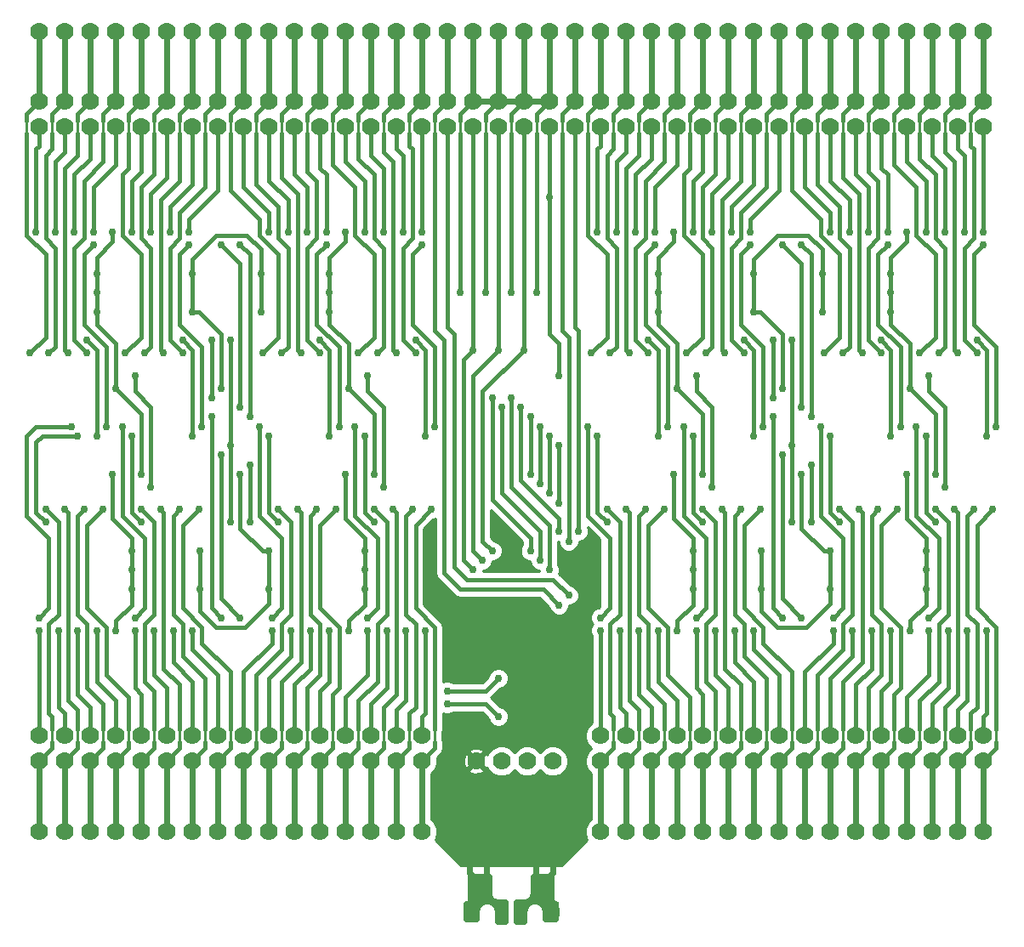
<source format=gbl>
G04 #@! TF.FileFunction,Copper,L2,Bot,Signal*
%FSLAX46Y46*%
G04 Gerber Fmt 4.6, Leading zero omitted, Abs format (unit mm)*
G04 Created by KiCad (PCBNEW 0.201511251016+6329~38~ubuntu15.10.1-stable) date tis  1 dec 2015 15:17:35*
%MOMM*%
G01*
G04 APERTURE LIST*
%ADD10C,0.149860*%
%ADD11C,0.500000*%
%ADD12C,1.778000*%
%ADD13O,1.300000X2.100000*%
%ADD14O,1.040000X1.460000*%
%ADD15C,0.762000*%
%ADD16C,0.406400*%
%ADD17C,0.609600*%
%ADD18C,0.254000*%
G04 APERTURE END LIST*
D10*
D11*
G36*
X71700000Y-124721250D02*
X71700000Y-123121250D01*
X72150000Y-123121250D01*
X72150000Y-120361250D01*
X74045000Y-120361250D01*
X74045000Y-122921250D01*
X75700000Y-122921250D01*
X75700000Y-124921250D01*
X74830000Y-124921250D01*
X74830000Y-122921250D01*
X72825000Y-122921250D01*
X72825000Y-124721250D01*
X71700000Y-124721250D01*
G37*
X71700000Y-124721250D02*
X71700000Y-123121250D01*
X72150000Y-123121250D01*
X72150000Y-120361250D01*
X74045000Y-120361250D01*
X74045000Y-122921250D01*
X75700000Y-122921250D01*
X75700000Y-124921250D01*
X74830000Y-124921250D01*
X74830000Y-122921250D01*
X72825000Y-122921250D01*
X72825000Y-124721250D01*
X71700000Y-124721250D01*
X73825000Y-122921250D02*
G75*
G03X72825000Y-123921250I0J-1000000D01*
G01*
X74825000Y-123921250D02*
G75*
G03X73825000Y-122921250I-1000000J0D01*
G01*
X74045000Y-122171250D02*
G75*
G03X74795000Y-122921250I750000J0D01*
G01*
X71700000Y-123121250D02*
G75*
G03X72150000Y-122671250I0J450000D01*
G01*
G36*
X80700000Y-124721250D02*
X80700000Y-123121250D01*
X80250000Y-123121250D01*
X80250000Y-120361250D01*
X78355000Y-120361250D01*
X78355000Y-122921250D01*
X76700000Y-122921250D01*
X76700000Y-124921250D01*
X77570000Y-124921250D01*
X77570000Y-122921250D01*
X79575000Y-122921250D01*
X79575000Y-124721250D01*
X80700000Y-124721250D01*
G37*
X80700000Y-124721250D02*
X80700000Y-123121250D01*
X80250000Y-123121250D01*
X80250000Y-120361250D01*
X78355000Y-120361250D01*
X78355000Y-122921250D01*
X76700000Y-122921250D01*
X76700000Y-124921250D01*
X77570000Y-124921250D01*
X77570000Y-122921250D01*
X79575000Y-122921250D01*
X79575000Y-124721250D01*
X80700000Y-124721250D01*
X78575000Y-122921250D02*
G75*
G03X77575000Y-123921250I0J-1000000D01*
G01*
X79575000Y-123921250D02*
G75*
G03X78575000Y-122921250I-1000000J0D01*
G01*
X77605000Y-122921250D02*
G75*
G03X78355000Y-122171250I0J750000D01*
G01*
X80250000Y-122671250D02*
G75*
G03X80700000Y-123121250I450000J0D01*
G01*
D12*
X67310000Y-108902500D03*
X67310000Y-106362500D03*
X64770000Y-108902500D03*
X64770000Y-106362500D03*
X62230000Y-108902500D03*
X62230000Y-106362500D03*
X59690000Y-108902500D03*
X59690000Y-106362500D03*
X57150000Y-108902500D03*
X57150000Y-106362500D03*
X54610000Y-108902500D03*
X54610000Y-106362500D03*
X52070000Y-108902500D03*
X52070000Y-106362500D03*
X49530000Y-108902500D03*
X49530000Y-106362500D03*
X46990000Y-108902500D03*
X46990000Y-106362500D03*
X44450000Y-108902500D03*
X44450000Y-106362500D03*
X41910000Y-108902500D03*
X41910000Y-106362500D03*
X39370000Y-108902500D03*
X39370000Y-106362500D03*
X36830000Y-108902500D03*
X36830000Y-106362500D03*
X34290000Y-108902500D03*
X34290000Y-106362500D03*
X31750000Y-108902500D03*
X31750000Y-106362500D03*
X29210000Y-108902500D03*
X29210000Y-106362500D03*
X67310000Y-115887500D03*
X64770000Y-115887500D03*
X62230000Y-115887500D03*
X59690000Y-115887500D03*
X57150000Y-115887500D03*
X54610000Y-115887500D03*
X52070000Y-115887500D03*
X49530000Y-115887500D03*
X46990000Y-115887500D03*
X44450000Y-115887500D03*
X41910000Y-115887500D03*
X39370000Y-115887500D03*
X36830000Y-115887500D03*
X34290000Y-115887500D03*
X31750000Y-115887500D03*
X29210000Y-115887500D03*
X85090000Y-43180000D03*
X85090000Y-45720000D03*
X87630000Y-43180000D03*
X87630000Y-45720000D03*
X90170000Y-43180000D03*
X90170000Y-45720000D03*
X92710000Y-43180000D03*
X92710000Y-45720000D03*
X95250000Y-43180000D03*
X95250000Y-45720000D03*
X97790000Y-43180000D03*
X97790000Y-45720000D03*
X100330000Y-43180000D03*
X100330000Y-45720000D03*
X102870000Y-43180000D03*
X102870000Y-45720000D03*
X105410000Y-43180000D03*
X105410000Y-45720000D03*
X107950000Y-43180000D03*
X107950000Y-45720000D03*
X110490000Y-43180000D03*
X110490000Y-45720000D03*
X113030000Y-43180000D03*
X113030000Y-45720000D03*
X115570000Y-43180000D03*
X115570000Y-45720000D03*
X118110000Y-43180000D03*
X118110000Y-45720000D03*
X120650000Y-43180000D03*
X120650000Y-45720000D03*
X123190000Y-43180000D03*
X123190000Y-45720000D03*
X85090000Y-36195000D03*
X87630000Y-36195000D03*
X90170000Y-36195000D03*
X92710000Y-36195000D03*
X95250000Y-36195000D03*
X97790000Y-36195000D03*
X100330000Y-36195000D03*
X102870000Y-36195000D03*
X105410000Y-36195000D03*
X107950000Y-36195000D03*
X110490000Y-36195000D03*
X113030000Y-36195000D03*
X115570000Y-36195000D03*
X118110000Y-36195000D03*
X120650000Y-36195000D03*
X123190000Y-36195000D03*
X123190000Y-108902500D03*
X123190000Y-106362500D03*
X120650000Y-108902500D03*
X120650000Y-106362500D03*
X118110000Y-108902500D03*
X118110000Y-106362500D03*
X115570000Y-108902500D03*
X115570000Y-106362500D03*
X113030000Y-108902500D03*
X113030000Y-106362500D03*
X110490000Y-108902500D03*
X110490000Y-106362500D03*
X107950000Y-108902500D03*
X107950000Y-106362500D03*
X105410000Y-108902500D03*
X105410000Y-106362500D03*
X102870000Y-108902500D03*
X102870000Y-106362500D03*
X100330000Y-108902500D03*
X100330000Y-106362500D03*
X97790000Y-108902500D03*
X97790000Y-106362500D03*
X95250000Y-108902500D03*
X95250000Y-106362500D03*
X92710000Y-108902500D03*
X92710000Y-106362500D03*
X90170000Y-108902500D03*
X90170000Y-106362500D03*
X87630000Y-108902500D03*
X87630000Y-106362500D03*
X85090000Y-108902500D03*
X85090000Y-106362500D03*
X123190000Y-115887500D03*
X120650000Y-115887500D03*
X118110000Y-115887500D03*
X115570000Y-115887500D03*
X113030000Y-115887500D03*
X110490000Y-115887500D03*
X107950000Y-115887500D03*
X105410000Y-115887500D03*
X102870000Y-115887500D03*
X100330000Y-115887500D03*
X97790000Y-115887500D03*
X95250000Y-115887500D03*
X92710000Y-115887500D03*
X90170000Y-115887500D03*
X87630000Y-115887500D03*
X85090000Y-115887500D03*
X29210000Y-43180000D03*
X29210000Y-45720000D03*
X31750000Y-43180000D03*
X31750000Y-45720000D03*
X34290000Y-43180000D03*
X34290000Y-45720000D03*
X36830000Y-43180000D03*
X36830000Y-45720000D03*
X39370000Y-43180000D03*
X39370000Y-45720000D03*
X41910000Y-43180000D03*
X41910000Y-45720000D03*
X44450000Y-43180000D03*
X44450000Y-45720000D03*
X46990000Y-43180000D03*
X46990000Y-45720000D03*
X49530000Y-43180000D03*
X49530000Y-45720000D03*
X52070000Y-43180000D03*
X52070000Y-45720000D03*
X54610000Y-43180000D03*
X54610000Y-45720000D03*
X57150000Y-43180000D03*
X57150000Y-45720000D03*
X59690000Y-43180000D03*
X59690000Y-45720000D03*
X62230000Y-43180000D03*
X62230000Y-45720000D03*
X64770000Y-43180000D03*
X64770000Y-45720000D03*
X67310000Y-43180000D03*
X67310000Y-45720000D03*
X29210000Y-36195000D03*
X31750000Y-36195000D03*
X34290000Y-36195000D03*
X36830000Y-36195000D03*
X39370000Y-36195000D03*
X41910000Y-36195000D03*
X44450000Y-36195000D03*
X46990000Y-36195000D03*
X49530000Y-36195000D03*
X52070000Y-36195000D03*
X54610000Y-36195000D03*
X57150000Y-36195000D03*
X59690000Y-36195000D03*
X62230000Y-36195000D03*
X64770000Y-36195000D03*
X67310000Y-36195000D03*
X69850000Y-43180000D03*
X69850000Y-45720000D03*
X72390000Y-43180000D03*
X72390000Y-45720000D03*
X74930000Y-43180000D03*
X74930000Y-45720000D03*
X77470000Y-43180000D03*
X77470000Y-45720000D03*
X80010000Y-43180000D03*
X80010000Y-45720000D03*
X82550000Y-43180000D03*
X82550000Y-45720000D03*
X69850000Y-36225000D03*
X72390000Y-36225000D03*
X74930000Y-36225000D03*
X77470000Y-36225000D03*
X80010000Y-36225000D03*
X82550000Y-36225000D03*
X80327500Y-108902500D03*
X77787500Y-108902500D03*
X75247500Y-108902500D03*
X72707500Y-108902500D03*
D13*
X72100000Y-123921250D03*
X80300000Y-123921250D03*
D14*
X73775000Y-120841250D03*
X78625000Y-120841250D03*
D15*
X30162500Y-68262500D03*
X30797500Y-56197500D03*
X32067500Y-68262500D03*
X32702500Y-56197500D03*
X33972500Y-68262500D03*
X34607500Y-56197500D03*
X74930000Y-104457500D03*
X69850000Y-103187500D03*
X74930000Y-100647500D03*
X69850000Y-101917500D03*
X80962500Y-70485000D03*
X80010000Y-52705000D03*
X38735000Y-70485000D03*
X40322500Y-81597500D03*
X63500000Y-81597500D03*
X61912500Y-70485000D03*
X96202500Y-81597500D03*
X94615000Y-70485000D03*
X119380000Y-81597500D03*
X117792500Y-70485000D03*
X62547500Y-80327500D03*
X60007500Y-71755000D03*
X51276250Y-60325000D03*
X58102500Y-60325000D03*
X71120000Y-104457500D03*
X115887500Y-95885000D03*
X92710000Y-95885000D03*
X60007500Y-95885000D03*
X36830000Y-95885000D03*
X36512500Y-56197500D03*
X59690000Y-56197500D03*
X92392500Y-56197500D03*
X115570000Y-56197500D03*
X71120000Y-100647500D03*
X76200000Y-62230000D03*
X73660000Y-62230000D03*
X71120000Y-62230000D03*
X78740000Y-62230000D03*
X70167500Y-99377500D03*
X82550000Y-99377500D03*
X76200000Y-100012500D03*
X71755000Y-94297500D03*
X67945000Y-89852500D03*
X84772500Y-89852500D03*
X76200000Y-88900000D03*
X52070000Y-87947500D03*
X94297500Y-89852500D03*
X39370000Y-80327500D03*
X95250000Y-80327500D03*
X118427500Y-80327500D03*
X76200000Y-95567500D03*
X59690000Y-80327500D03*
X36512500Y-80327500D03*
X58102500Y-62230000D03*
X36830000Y-71755000D03*
X47307500Y-71755000D03*
X44450000Y-64135000D03*
X49212500Y-80327500D03*
X51276250Y-64135000D03*
X45243750Y-87947500D03*
X45243750Y-91757500D03*
X38417500Y-89852500D03*
X38417500Y-87947500D03*
X38417500Y-91757500D03*
X61595000Y-89852500D03*
X61595000Y-91757500D03*
X61595000Y-87947500D03*
X52070000Y-91757500D03*
X34925000Y-62230000D03*
X34925000Y-64135000D03*
X34925000Y-60325000D03*
X58102500Y-64135000D03*
X44450000Y-60325000D03*
X107156250Y-64135000D03*
X107156250Y-60325000D03*
X113982500Y-62230000D03*
X115887500Y-71755000D03*
X113982500Y-60325000D03*
X113982500Y-64135000D03*
X100330000Y-64135000D03*
X100330000Y-60325000D03*
X90805000Y-62230000D03*
X90805000Y-60325000D03*
X92710000Y-71755000D03*
X90805000Y-64135000D03*
X115570000Y-80327500D03*
X101123750Y-87947500D03*
X101123750Y-91757500D03*
X107950000Y-87947500D03*
X107950000Y-91757500D03*
X105092500Y-80327500D03*
X117475000Y-89852500D03*
X117475000Y-91757500D03*
X94297500Y-91757500D03*
X92392500Y-80327500D03*
X94297500Y-87947500D03*
X117475000Y-87947500D03*
X103187500Y-71755000D03*
X91757500Y-75565000D03*
X101282500Y-75565000D03*
X114935000Y-75565000D03*
X124460000Y-75565000D03*
X123190000Y-57467500D03*
X68580000Y-75565000D03*
X59055000Y-75565000D03*
X32385000Y-75565000D03*
X79057500Y-75565000D03*
X79057500Y-81280000D03*
X83820000Y-75565000D03*
X85090000Y-94615000D03*
X37465000Y-75565000D03*
X51117500Y-75565000D03*
X60642500Y-75565000D03*
X52387500Y-94615000D03*
X38735000Y-94615000D03*
X61912500Y-94615000D03*
X93345000Y-75565000D03*
X108267500Y-94615000D03*
X94615000Y-94615000D03*
X57785000Y-57467500D03*
X67310000Y-57467500D03*
X29210000Y-94615000D03*
X35877500Y-75565000D03*
X34607500Y-57467500D03*
X45402500Y-75565000D03*
X106997500Y-75565000D03*
X44132500Y-57467500D03*
X90487500Y-57467500D03*
X100012500Y-57467500D03*
X113665000Y-57467500D03*
X116522500Y-75565000D03*
X117792500Y-94615000D03*
X80962500Y-86042500D03*
X77152500Y-73660000D03*
X103187500Y-57467500D03*
X105092500Y-73660000D03*
X50165000Y-74612500D03*
X106045000Y-74612500D03*
X105092500Y-57467500D03*
X46355000Y-74612500D03*
X78105000Y-74612500D03*
X102235000Y-74612500D03*
X78105000Y-80327500D03*
X103187500Y-94615000D03*
X49212500Y-57467500D03*
X47307500Y-94615000D03*
X77470000Y-67945000D03*
X74295000Y-87947500D03*
X74930000Y-67945000D03*
X73342500Y-88900000D03*
X72390000Y-67945000D03*
X72390000Y-89852500D03*
X76200000Y-72707500D03*
X102235000Y-72707500D03*
X102235000Y-66992500D03*
X80010000Y-89852500D03*
X106045000Y-85090000D03*
X106045000Y-79375000D03*
X105092500Y-94615000D03*
X103187500Y-78422500D03*
X47307500Y-78422500D03*
X49212500Y-94615000D03*
X37782500Y-68262500D03*
X39687500Y-68262500D03*
X40322500Y-56197500D03*
X41592500Y-68262500D03*
X42227500Y-56197500D03*
X43497500Y-68262500D03*
X44132500Y-56197500D03*
X51435000Y-68262500D03*
X52070000Y-56197500D03*
X53340000Y-68262500D03*
X53975000Y-56197500D03*
X55245000Y-68262500D03*
X55880000Y-56197500D03*
X57150000Y-68262500D03*
X57785000Y-56197500D03*
X60960000Y-68262500D03*
X61595000Y-56197500D03*
X62865000Y-68262500D03*
X63500000Y-56197500D03*
X64770000Y-68262500D03*
X66675000Y-68262500D03*
X67310000Y-56197500D03*
X65405000Y-56197500D03*
X38417500Y-56197500D03*
X80962500Y-93345000D03*
X81915000Y-92392500D03*
X82867500Y-86042500D03*
X81915000Y-86995000D03*
X75247500Y-73660000D03*
X49212500Y-73660000D03*
X47307500Y-57467500D03*
X79057500Y-88900000D03*
X74295000Y-72707500D03*
X46355000Y-72707500D03*
X46355000Y-66992500D03*
X78105000Y-87947500D03*
X50165000Y-79375000D03*
X50165000Y-85090000D03*
X68262500Y-83820000D03*
X67627500Y-95885000D03*
X66357500Y-83820000D03*
X65722500Y-95885000D03*
X64452500Y-83820000D03*
X63817500Y-95885000D03*
X62547500Y-83820000D03*
X61912500Y-95885000D03*
X58737500Y-83820000D03*
X58102500Y-95885000D03*
X56832500Y-83820000D03*
X56197500Y-95885000D03*
X54927500Y-83820000D03*
X54292500Y-95885000D03*
X53022500Y-83820000D03*
X52387500Y-95885000D03*
X43180000Y-83820000D03*
X42545000Y-95885000D03*
X41275000Y-83820000D03*
X40640000Y-95885000D03*
X39370000Y-83820000D03*
X38735000Y-95885000D03*
X35560000Y-83820000D03*
X34925000Y-95885000D03*
X33655000Y-83820000D03*
X33020000Y-95885000D03*
X31750000Y-83820000D03*
X31115000Y-95885000D03*
X29845000Y-83820000D03*
X29210000Y-95885000D03*
X84137500Y-68262500D03*
X84772500Y-56197500D03*
X86042500Y-68262500D03*
X86677500Y-56197500D03*
X87947500Y-68262500D03*
X88582500Y-56197500D03*
X89852500Y-68262500D03*
X90487500Y-56197500D03*
X93662500Y-68262500D03*
X94297500Y-56197500D03*
X95567500Y-68262500D03*
X96202500Y-56197500D03*
X97472500Y-68262500D03*
X98107500Y-56197500D03*
X99377500Y-68262500D03*
X100012500Y-56197500D03*
X109220000Y-68262500D03*
X109855000Y-56197500D03*
X111125000Y-68262500D03*
X111760000Y-56197500D03*
X113030000Y-68262500D03*
X113665000Y-56197500D03*
X116840000Y-68262500D03*
X117475000Y-56197500D03*
X118745000Y-68262500D03*
X119380000Y-56197500D03*
X120650000Y-68262500D03*
X121285000Y-56197500D03*
X122555000Y-68262500D03*
X123190000Y-56197500D03*
X124142500Y-83820000D03*
X123507500Y-95885000D03*
X122237500Y-83820000D03*
X121602500Y-95885000D03*
X120332500Y-83820000D03*
X119697500Y-95885000D03*
X118427500Y-83820000D03*
X117792500Y-95885000D03*
X114617500Y-83820000D03*
X113982500Y-95885000D03*
X112712500Y-83820000D03*
X112077500Y-95885000D03*
X110807500Y-83820000D03*
X110172500Y-95885000D03*
X108902500Y-83820000D03*
X108267500Y-95885000D03*
X99060000Y-83820000D03*
X98425000Y-95885000D03*
X97155000Y-83820000D03*
X96520000Y-95885000D03*
X95250000Y-83820000D03*
X94615000Y-95885000D03*
X91440000Y-83820000D03*
X90805000Y-95885000D03*
X89535000Y-83820000D03*
X88900000Y-95885000D03*
X87630000Y-83820000D03*
X86995000Y-95885000D03*
X85725000Y-83820000D03*
X85090000Y-95885000D03*
X28257500Y-68262500D03*
X28892500Y-56197500D03*
X45085000Y-83820000D03*
X44450000Y-95885000D03*
X107315000Y-68262500D03*
X107950000Y-56197500D03*
X100965000Y-83820000D03*
X100330000Y-95885000D03*
X90805000Y-76517500D03*
X100330000Y-76517500D03*
X113982500Y-76517500D03*
X123507500Y-76517500D03*
X118427500Y-85090000D03*
X117475000Y-76517500D03*
X107950000Y-76517500D03*
X94297500Y-76517500D03*
X108902500Y-85090000D03*
X67627500Y-76517500D03*
X66675000Y-66992500D03*
X113030000Y-66992500D03*
X80010000Y-76517500D03*
X84772500Y-76517500D03*
X95250000Y-85090000D03*
X85725000Y-85090000D03*
X122555000Y-66992500D03*
X80010000Y-82232500D03*
X61595000Y-76517500D03*
X58102500Y-76517500D03*
X99377500Y-66992500D03*
X43497500Y-66992500D03*
X44450000Y-76517500D03*
X33972500Y-66992500D03*
X57150000Y-66992500D03*
X34925000Y-76517500D03*
X29845000Y-85090000D03*
X62547500Y-85090000D03*
X89852500Y-66992500D03*
X33020000Y-76517500D03*
X38417500Y-76517500D03*
X52070000Y-76517500D03*
X39370000Y-85090000D03*
X53022500Y-85090000D03*
X48260000Y-66992500D03*
X48260000Y-77470000D03*
X80962500Y-77470000D03*
X104140000Y-66992500D03*
X104140000Y-77470000D03*
X80962500Y-83185000D03*
X104140000Y-85090000D03*
X48260000Y-85090000D03*
D16*
X30162500Y-68262500D02*
X30797500Y-67627500D01*
X30797500Y-67627500D02*
X30797500Y-57785000D01*
D17*
X31750000Y-43180000D02*
X31750000Y-36195000D01*
D16*
X30797500Y-67627500D02*
X30797500Y-57785000D01*
X29845000Y-56832500D02*
X30797500Y-57785000D01*
D18*
X30480000Y-46355000D02*
X30480000Y-45085000D01*
D16*
X31750000Y-43180000D02*
X30480000Y-44450000D01*
X30480000Y-47942500D02*
X30480000Y-46355000D01*
X30480000Y-45085000D02*
X30480000Y-44450000D01*
X29845000Y-48577500D02*
X30480000Y-47942500D01*
X29845000Y-56832500D02*
X29845000Y-48577500D01*
X31750000Y-48260000D02*
X31750000Y-45720000D01*
X30797500Y-49212500D02*
X31750000Y-48260000D01*
X30797500Y-56197500D02*
X30797500Y-49212500D01*
D17*
X34290000Y-43180000D02*
X34290000Y-36195000D01*
D18*
X33020000Y-46355000D02*
X33020000Y-45085000D01*
D16*
X33020000Y-44450000D02*
X34290000Y-43180000D01*
X33020000Y-48577500D02*
X33020000Y-46355000D01*
X33020000Y-45085000D02*
X33020000Y-44450000D01*
X31750000Y-49847500D02*
X33020000Y-48577500D01*
X32067500Y-68262500D02*
X31750000Y-67945000D01*
X31750000Y-67945000D02*
X31750000Y-49847500D01*
X34290000Y-48895000D02*
X34290000Y-45720000D01*
X32702500Y-50482500D02*
X34290000Y-48895000D01*
X32702500Y-56197500D02*
X32702500Y-50482500D01*
X32702500Y-57785000D02*
X32702500Y-66992500D01*
X33972500Y-68262500D02*
X32702500Y-66992500D01*
D17*
X36830000Y-43180000D02*
X36830000Y-36195000D01*
D16*
X32702500Y-57785000D02*
X32702500Y-66992500D01*
X33655000Y-56832500D02*
X32702500Y-57785000D01*
D18*
X35560000Y-46355000D02*
X35560000Y-45085000D01*
D16*
X36830000Y-43180000D02*
X35560000Y-44450000D01*
X35560000Y-49212500D02*
X35560000Y-46355000D01*
X35560000Y-45085000D02*
X35560000Y-44450000D01*
X33655000Y-51117500D02*
X35560000Y-49212500D01*
X33655000Y-56832500D02*
X33655000Y-51117500D01*
X36830000Y-49530000D02*
X36830000Y-45720000D01*
X34607500Y-51752500D02*
X36830000Y-49530000D01*
X34607500Y-56197500D02*
X34607500Y-51752500D01*
X74930000Y-104457500D02*
X73660000Y-103187500D01*
X69850000Y-103187500D02*
X73660000Y-103187500D01*
X73660000Y-101917500D02*
X74930000Y-100647500D01*
X69850000Y-101917500D02*
X73660000Y-101917500D01*
X80010000Y-52705000D02*
X80010000Y-66357500D01*
X80962500Y-67310000D02*
X80962500Y-70485000D01*
X80010000Y-66357500D02*
X80962500Y-67310000D01*
X80010000Y-52705000D02*
X80010000Y-45720000D01*
X40322500Y-81597500D02*
X40322500Y-73660000D01*
X38735000Y-72072500D02*
X40322500Y-73660000D01*
X38735000Y-72072500D02*
X38735000Y-70485000D01*
X61912500Y-70485000D02*
X61912500Y-72072500D01*
X63500000Y-73660000D02*
X61912500Y-72072500D01*
X63500000Y-73660000D02*
X63500000Y-81597500D01*
X94615000Y-70485000D02*
X94615000Y-72072500D01*
X96202500Y-73660000D02*
X94615000Y-72072500D01*
X96202500Y-73660000D02*
X96202500Y-81597500D01*
X117792500Y-70485000D02*
X117792500Y-72072500D01*
X119380000Y-73660000D02*
X117792500Y-72072500D01*
X119380000Y-73660000D02*
X119380000Y-81597500D01*
X82550000Y-99377500D02*
X76835000Y-99377500D01*
X76835000Y-99377500D02*
X76200000Y-100012500D01*
X80327500Y-118745000D02*
X82550000Y-116522500D01*
X82550000Y-116522500D02*
X82550000Y-99377500D01*
X60007500Y-71755000D02*
X62547500Y-74295000D01*
X62547500Y-74295000D02*
X62547500Y-80327500D01*
X58102500Y-65405000D02*
X60007500Y-67310000D01*
X58102500Y-64135000D02*
X58102500Y-65405000D01*
X60007500Y-67310000D02*
X60007500Y-71755000D01*
X72707500Y-108902500D02*
X71755000Y-109855000D01*
X71755000Y-118427500D02*
X72072500Y-118745000D01*
X71755000Y-109855000D02*
X71755000Y-118427500D01*
X71120000Y-104457500D02*
X71120000Y-107315000D01*
X71120000Y-107315000D02*
X72707500Y-108902500D01*
X76200000Y-100012500D02*
X75565000Y-99377500D01*
X75565000Y-99377500D02*
X70167500Y-99377500D01*
X117475000Y-93345000D02*
X117475000Y-91757500D01*
X115887500Y-94932500D02*
X117475000Y-93345000D01*
X115887500Y-95885000D02*
X115887500Y-94932500D01*
X94297500Y-93345000D02*
X94297500Y-91757500D01*
X92710000Y-94932500D02*
X94297500Y-93345000D01*
X92710000Y-95885000D02*
X92710000Y-94932500D01*
X61595000Y-93345000D02*
X61595000Y-91757500D01*
X60007500Y-94932500D02*
X61595000Y-93345000D01*
X60007500Y-95885000D02*
X60007500Y-94932500D01*
X38417500Y-93345000D02*
X38417500Y-91757500D01*
X36830000Y-94932500D02*
X38417500Y-93345000D01*
X36830000Y-95885000D02*
X36830000Y-94932500D01*
X34925000Y-58737500D02*
X34925000Y-60325000D01*
X36512500Y-57150000D02*
X34925000Y-58737500D01*
X36512500Y-56197500D02*
X36512500Y-57150000D01*
X58102500Y-58737500D02*
X58102500Y-60325000D01*
X59690000Y-57150000D02*
X58102500Y-58737500D01*
X59690000Y-56197500D02*
X59690000Y-57150000D01*
X90805000Y-58737500D02*
X90805000Y-60325000D01*
X92392500Y-57150000D02*
X90805000Y-58737500D01*
X92392500Y-56197500D02*
X92392500Y-57150000D01*
X113982500Y-58737500D02*
X113982500Y-60325000D01*
X115570000Y-57150000D02*
X113982500Y-58737500D01*
X115570000Y-56197500D02*
X115570000Y-57150000D01*
D18*
X76200000Y-45085000D02*
X76200000Y-46355000D01*
X73660000Y-46355000D02*
X73660000Y-45085000D01*
D16*
X70167500Y-99695000D02*
X70167500Y-99377500D01*
X71120000Y-100647500D02*
X70167500Y-99695000D01*
X77470000Y-43180000D02*
X76200000Y-44450000D01*
X76200000Y-44450000D02*
X76200000Y-45085000D01*
X76200000Y-46355000D02*
X76200000Y-62230000D01*
X74930000Y-43180000D02*
X73660000Y-44450000D01*
X73660000Y-44450000D02*
X73660000Y-45085000D01*
X73660000Y-46355000D02*
X73660000Y-62230000D01*
X71120000Y-46355000D02*
X71120000Y-62230000D01*
X78740000Y-46355000D02*
X78740000Y-62230000D01*
D17*
X80327500Y-118745000D02*
X78625000Y-118745000D01*
X78625000Y-120841250D02*
X78625000Y-118745000D01*
X78625000Y-120841250D02*
X79501250Y-120841250D01*
X79501250Y-120841250D02*
X80327500Y-120015000D01*
X80327500Y-120015000D02*
X80327500Y-118745000D01*
X73775000Y-120841250D02*
X72898750Y-120841250D01*
X72072500Y-120015000D02*
X72072500Y-118745000D01*
X72898750Y-120841250D02*
X72072500Y-120015000D01*
X72072500Y-118745000D02*
X73775000Y-118745000D01*
X73775000Y-120841250D02*
X73775000Y-118745000D01*
D16*
X78625000Y-120841250D02*
X78625000Y-122246250D01*
X78625000Y-122246250D02*
X80300000Y-123921250D01*
X73775000Y-120841250D02*
X73775000Y-122246250D01*
X73775000Y-122246250D02*
X72100000Y-123921250D01*
X76200000Y-100012500D02*
X76200000Y-95567500D01*
X71755000Y-94297500D02*
X67945000Y-90487500D01*
X67945000Y-90487500D02*
X67945000Y-89852500D01*
X73025000Y-95567500D02*
X76200000Y-95567500D01*
X71755000Y-94297500D02*
X73025000Y-95567500D01*
X84772500Y-89852500D02*
X83502500Y-91122500D01*
X83502500Y-91122500D02*
X83502500Y-93027500D01*
X83502500Y-93027500D02*
X80962500Y-95567500D01*
X80962500Y-95567500D02*
X76200000Y-95567500D01*
X80010000Y-43180000D02*
X78740000Y-44450000D01*
D18*
X78740000Y-46355000D02*
X78740000Y-45085000D01*
D16*
X78740000Y-44450000D02*
X78740000Y-45085000D01*
D18*
X71120000Y-46355000D02*
X71120000Y-45085000D01*
D16*
X71120000Y-44450000D02*
X71120000Y-45085000D01*
X72390000Y-43180000D02*
X71120000Y-44450000D01*
X36830000Y-71755000D02*
X39370000Y-74295000D01*
X39370000Y-74295000D02*
X39370000Y-80327500D01*
X92710000Y-71755000D02*
X95250000Y-74295000D01*
X95250000Y-74295000D02*
X95250000Y-80327500D01*
X115887500Y-71755000D02*
X118427500Y-74295000D01*
X118427500Y-74295000D02*
X118427500Y-80327500D01*
D17*
X77470000Y-43180000D02*
X80010000Y-43180000D01*
D16*
X61595000Y-87947500D02*
X61595000Y-86677500D01*
X59690000Y-84772500D02*
X59690000Y-80327500D01*
X61595000Y-86677500D02*
X59690000Y-84772500D01*
X38417500Y-87947500D02*
X38417500Y-86677500D01*
X36512500Y-84772500D02*
X36512500Y-80327500D01*
X38417500Y-86677500D02*
X36512500Y-84772500D01*
X34925000Y-64135000D02*
X34925000Y-65405000D01*
X36830000Y-67310000D02*
X36830000Y-71755000D01*
X34925000Y-65405000D02*
X36830000Y-67310000D01*
X44450000Y-64135000D02*
X45085000Y-64135000D01*
X47307500Y-66357500D02*
X47307500Y-71755000D01*
X45085000Y-64135000D02*
X47307500Y-66357500D01*
X44450000Y-60325000D02*
X44450000Y-64135000D01*
X51276250Y-60325000D02*
X51276250Y-57943750D01*
X44450000Y-58896250D02*
X46831250Y-56515000D01*
X46831250Y-56515000D02*
X49847500Y-56515000D01*
X51276250Y-57943750D02*
X49847500Y-56515000D01*
X44450000Y-58896250D02*
X44450000Y-60325000D01*
X52070000Y-87947500D02*
X52070000Y-91757500D01*
X52070000Y-91757500D02*
X52070000Y-93186250D01*
X51276250Y-60325000D02*
X51276250Y-64135000D01*
X45243750Y-93980000D02*
X45243750Y-91757500D01*
X49688750Y-95567500D02*
X52070000Y-93186250D01*
X45243750Y-93980000D02*
X46831250Y-95567500D01*
X46831250Y-95567500D02*
X49688750Y-95567500D01*
X49212500Y-85725000D02*
X49212500Y-80327500D01*
X51435000Y-87947500D02*
X49212500Y-85725000D01*
X52070000Y-87947500D02*
X51435000Y-87947500D01*
X45243750Y-91757500D02*
X45243750Y-87947500D01*
X38417500Y-91757500D02*
X38417500Y-89852500D01*
X38417500Y-89852500D02*
X38417500Y-87947500D01*
X61595000Y-87947500D02*
X61595000Y-89852500D01*
X61595000Y-89852500D02*
X61595000Y-91757500D01*
X34925000Y-60325000D02*
X34925000Y-62230000D01*
X34925000Y-62230000D02*
X34925000Y-64135000D01*
X58102500Y-60325000D02*
X58102500Y-62230000D01*
X58102500Y-62230000D02*
X58102500Y-64135000D01*
D17*
X74930000Y-43180000D02*
X77470000Y-43180000D01*
X72390000Y-43180000D02*
X74930000Y-43180000D01*
D16*
X100330000Y-64135000D02*
X100965000Y-64135000D01*
X103187500Y-66357500D02*
X103187500Y-71755000D01*
X100965000Y-64135000D02*
X103187500Y-66357500D01*
X100330000Y-60325000D02*
X100330000Y-58896250D01*
X107156250Y-57943750D02*
X107156250Y-60325000D01*
X105727500Y-56515000D02*
X107156250Y-57943750D01*
X102711250Y-56515000D02*
X105727500Y-56515000D01*
X100330000Y-58896250D02*
X102711250Y-56515000D01*
X107156250Y-64135000D02*
X107156250Y-60325000D01*
X113982500Y-64135000D02*
X113982500Y-65405000D01*
X115887500Y-67310000D02*
X115887500Y-71755000D01*
X113982500Y-65405000D02*
X115887500Y-67310000D01*
X113982500Y-64135000D02*
X113982500Y-62230000D01*
X113982500Y-62230000D02*
X113982500Y-60325000D01*
X100330000Y-64135000D02*
X100330000Y-60325000D01*
X90805000Y-62230000D02*
X90805000Y-60325000D01*
X90805000Y-64135000D02*
X90805000Y-62230000D01*
X92710000Y-71755000D02*
X92710000Y-67310000D01*
X90805000Y-65405000D02*
X90805000Y-64135000D01*
X92710000Y-67310000D02*
X90805000Y-65405000D01*
X117475000Y-87947500D02*
X117475000Y-86677500D01*
X115570000Y-84772500D02*
X115570000Y-80327500D01*
X117475000Y-86677500D02*
X115570000Y-84772500D01*
X102711250Y-95567500D02*
X105568750Y-95567500D01*
X102711250Y-95567500D02*
X101123750Y-93980000D01*
X101123750Y-91757500D02*
X101123750Y-93980000D01*
X107950000Y-93186250D02*
X107950000Y-91757500D01*
X105568750Y-95567500D02*
X107950000Y-93186250D01*
X101123750Y-91757500D02*
X101123750Y-87947500D01*
X107950000Y-91757500D02*
X107950000Y-87947500D01*
X107315000Y-87947500D02*
X105092500Y-85725000D01*
X107950000Y-87947500D02*
X107315000Y-87947500D01*
X105092500Y-85725000D02*
X105092500Y-80327500D01*
X117475000Y-89852500D02*
X117475000Y-91757500D01*
X94297500Y-89852500D02*
X94297500Y-91757500D01*
X94297500Y-89852500D02*
X94297500Y-87947500D01*
X92392500Y-84772500D02*
X92392500Y-80327500D01*
X94297500Y-86677500D02*
X92392500Y-84772500D01*
X94297500Y-87947500D02*
X94297500Y-86677500D01*
X117475000Y-87947500D02*
X117475000Y-89852500D01*
D17*
X80010000Y-43180000D02*
X80010000Y-36195000D01*
X77470000Y-43180000D02*
X77470000Y-36195000D01*
X74930000Y-43180000D02*
X74930000Y-36195000D01*
X72390000Y-43180000D02*
X72390000Y-36195000D01*
D16*
X124460000Y-67627500D02*
X124460000Y-75565000D01*
X122237500Y-58420000D02*
X122237500Y-65405000D01*
X122237500Y-65405000D02*
X124460000Y-67627500D01*
X123190000Y-57467500D02*
X122237500Y-58420000D01*
X27940000Y-84455000D02*
X27940000Y-76517500D01*
X27940000Y-76517500D02*
X28892500Y-75565000D01*
X28892500Y-75565000D02*
X32385000Y-75565000D01*
X79057500Y-81280000D02*
X79057500Y-75565000D01*
X86042500Y-86677500D02*
X83820000Y-84455000D01*
X86042500Y-93662500D02*
X86042500Y-86677500D01*
X83820000Y-84455000D02*
X83820000Y-75565000D01*
X85090000Y-94615000D02*
X86042500Y-93662500D01*
X51117500Y-84455000D02*
X51117500Y-75565000D01*
X60642500Y-84455000D02*
X60642500Y-75565000D01*
X37465000Y-84455000D02*
X37465000Y-75565000D01*
X51117500Y-84455000D02*
X53340000Y-86677500D01*
X39687500Y-86677500D02*
X37465000Y-84455000D01*
X39687500Y-93662500D02*
X39687500Y-86677500D01*
X53340000Y-93662500D02*
X53340000Y-86677500D01*
X53340000Y-93662500D02*
X53340000Y-86677500D01*
X62865000Y-93662500D02*
X62865000Y-86677500D01*
X62865000Y-86677500D02*
X60642500Y-84455000D01*
X62865000Y-93662500D02*
X62865000Y-86677500D01*
X61912500Y-94615000D02*
X62865000Y-93662500D01*
X52387500Y-94615000D02*
X53340000Y-93662500D01*
X38735000Y-94615000D02*
X39687500Y-93662500D01*
X30162500Y-86677500D02*
X27940000Y-84455000D01*
X30162500Y-93662500D02*
X30162500Y-86677500D01*
X29210000Y-94615000D02*
X30162500Y-93662500D01*
X94615000Y-94615000D02*
X95567500Y-93662500D01*
X95567500Y-93662500D02*
X95567500Y-86677500D01*
X95567500Y-86677500D02*
X93345000Y-84455000D01*
X93345000Y-84455000D02*
X93345000Y-75565000D01*
X57785000Y-57467500D02*
X56832500Y-58420000D01*
X56832500Y-58420000D02*
X56832500Y-65405000D01*
X67310000Y-57467500D02*
X66357500Y-58420000D01*
X109220000Y-93662500D02*
X109220000Y-86677500D01*
X109220000Y-93662500D02*
X109220000Y-86677500D01*
X108267500Y-94615000D02*
X109220000Y-93662500D01*
X56832500Y-65405000D02*
X59055000Y-67627500D01*
X66357500Y-58420000D02*
X66357500Y-65405000D01*
X106997500Y-84455000D02*
X106997500Y-75565000D01*
X106997500Y-84455000D02*
X109220000Y-86677500D01*
X35877500Y-67627500D02*
X35877500Y-75565000D01*
X35877500Y-67627500D02*
X33655000Y-65405000D01*
X34607500Y-57467500D02*
X33655000Y-58420000D01*
X33655000Y-58420000D02*
X33655000Y-65405000D01*
X33655000Y-58420000D02*
X33655000Y-65405000D01*
X59055000Y-67627500D02*
X59055000Y-75565000D01*
X66357500Y-65405000D02*
X68580000Y-67627500D01*
X45402500Y-67627500D02*
X45402500Y-75565000D01*
X43180000Y-58420000D02*
X43180000Y-65405000D01*
X43180000Y-65405000D02*
X45402500Y-67627500D01*
X43180000Y-58420000D02*
X43180000Y-65405000D01*
X44132500Y-57467500D02*
X43180000Y-58420000D01*
X68580000Y-67627500D02*
X68580000Y-75565000D01*
X91757500Y-67627500D02*
X91757500Y-75565000D01*
X101282500Y-67627500D02*
X101282500Y-75565000D01*
X89535000Y-65405000D02*
X91757500Y-67627500D01*
X89535000Y-58420000D02*
X89535000Y-65405000D01*
X99060000Y-58420000D02*
X99060000Y-65405000D01*
X99060000Y-65405000D02*
X101282500Y-67627500D01*
X89535000Y-58420000D02*
X89535000Y-65405000D01*
X90487500Y-57467500D02*
X89535000Y-58420000D01*
X99060000Y-58420000D02*
X99060000Y-65405000D01*
X114935000Y-67627500D02*
X114935000Y-75565000D01*
X112712500Y-65405000D02*
X114935000Y-67627500D01*
X112712500Y-58420000D02*
X112712500Y-65405000D01*
X100012500Y-57467500D02*
X99060000Y-58420000D01*
X113665000Y-57467500D02*
X112712500Y-58420000D01*
X116522500Y-84455000D02*
X116522500Y-75565000D01*
X118745000Y-93662500D02*
X118745000Y-86677500D01*
X118745000Y-86677500D02*
X116522500Y-84455000D01*
X117792500Y-94615000D02*
X118745000Y-93662500D01*
X80962500Y-86042500D02*
X80962500Y-84772500D01*
X80962500Y-84772500D02*
X77152500Y-80962500D01*
X77152500Y-80962500D02*
X77152500Y-73660000D01*
X105092500Y-59372500D02*
X105092500Y-73660000D01*
X103187500Y-57467500D02*
X105092500Y-59372500D01*
X105092500Y-57467500D02*
X106045000Y-58420000D01*
X106045000Y-58420000D02*
X106045000Y-74612500D01*
X50165000Y-58420000D02*
X50165000Y-74612500D01*
X46355000Y-93662500D02*
X46355000Y-74612500D01*
X47307500Y-94615000D02*
X46355000Y-93662500D01*
X102235000Y-93662500D02*
X102235000Y-74612500D01*
X78105000Y-80327500D02*
X78105000Y-74612500D01*
X103187500Y-94615000D02*
X102235000Y-93662500D01*
X49212500Y-57467500D02*
X50165000Y-58420000D01*
X77470000Y-67945000D02*
X77470000Y-45720000D01*
X73342500Y-72072500D02*
X77470000Y-67945000D01*
X73342500Y-86995000D02*
X73342500Y-72072500D01*
X74295000Y-87947500D02*
X73342500Y-86995000D01*
X72390000Y-87947500D02*
X72390000Y-70485000D01*
X72390000Y-70485000D02*
X74930000Y-67945000D01*
X74930000Y-45720000D02*
X74930000Y-67945000D01*
X73342500Y-88900000D02*
X72390000Y-87947500D01*
X71437500Y-88900000D02*
X71437500Y-68897500D01*
X72390000Y-89852500D02*
X71437500Y-88900000D01*
X71437500Y-68897500D02*
X72390000Y-67945000D01*
X72390000Y-45720000D02*
X72390000Y-67945000D01*
X80010000Y-89852500D02*
X80010000Y-85407500D01*
X80010000Y-85407500D02*
X76200000Y-81597500D01*
X76200000Y-81597500D02*
X76200000Y-72707500D01*
X102235000Y-66992500D02*
X102235000Y-72707500D01*
X106045000Y-79375000D02*
X106045000Y-85090000D01*
X103187500Y-92710000D02*
X103187500Y-78422500D01*
X105092500Y-94615000D02*
X103187500Y-92710000D01*
X47307500Y-92710000D02*
X47307500Y-78422500D01*
X49212500Y-94615000D02*
X47307500Y-92710000D01*
X37782500Y-68262500D02*
X39370000Y-66675000D01*
X39370000Y-66675000D02*
X39370000Y-58420000D01*
D17*
X39370000Y-43180000D02*
X39370000Y-36195000D01*
D16*
X39370000Y-66675000D02*
X39370000Y-58420000D01*
X37465000Y-56515000D02*
X39370000Y-58420000D01*
D18*
X38100000Y-46355000D02*
X38100000Y-45085000D01*
D16*
X37465000Y-50482500D02*
X38100000Y-49847500D01*
X38100000Y-49847500D02*
X38100000Y-46355000D01*
X38100000Y-45085000D02*
X38100000Y-44450000D01*
X39370000Y-43180000D02*
X38100000Y-44450000D01*
X37465000Y-56515000D02*
X37465000Y-50482500D01*
X39687500Y-68262500D02*
X40322500Y-67627500D01*
X40322500Y-67627500D02*
X40322500Y-57785000D01*
X40322500Y-67627500D02*
X40322500Y-57785000D01*
D17*
X41910000Y-43180000D02*
X41910000Y-36195000D01*
D18*
X40640000Y-46355000D02*
X40640000Y-45085000D01*
D16*
X39370000Y-51752500D02*
X40640000Y-50482500D01*
X40640000Y-50482500D02*
X40640000Y-46355000D01*
X40640000Y-45085000D02*
X40640000Y-44450000D01*
X40640000Y-44450000D02*
X41910000Y-43180000D01*
X40322500Y-57785000D02*
X39370000Y-56832500D01*
X39370000Y-56832500D02*
X39370000Y-51752500D01*
X40322500Y-52387500D02*
X41910000Y-50800000D01*
X41910000Y-50800000D02*
X41910000Y-45720000D01*
X40322500Y-56197500D02*
X40322500Y-52387500D01*
D17*
X44450000Y-43180000D02*
X44450000Y-36195000D01*
D18*
X43180000Y-46355000D02*
X43180000Y-45085000D01*
D16*
X43180000Y-44450000D02*
X44450000Y-43180000D01*
X43180000Y-45085000D02*
X43180000Y-44450000D01*
X43180000Y-51117500D02*
X43180000Y-46355000D01*
X41275000Y-53022500D02*
X43180000Y-51117500D01*
X41592500Y-68262500D02*
X41275000Y-67945000D01*
X41275000Y-67945000D02*
X41275000Y-53022500D01*
X42227500Y-53657500D02*
X44450000Y-51435000D01*
X44450000Y-51435000D02*
X44450000Y-45720000D01*
X42227500Y-56197500D02*
X42227500Y-53657500D01*
D17*
X46990000Y-43180000D02*
X46990000Y-36195000D01*
D16*
X42227500Y-57785000D02*
X42227500Y-66992500D01*
X43497500Y-68262500D02*
X42227500Y-66992500D01*
X42227500Y-57785000D02*
X42227500Y-66992500D01*
X43180000Y-56832500D02*
X42227500Y-57785000D01*
D18*
X45720000Y-46355000D02*
X45720000Y-45085000D01*
D16*
X43180000Y-54292500D02*
X45720000Y-51752500D01*
X45720000Y-51752500D02*
X45720000Y-46355000D01*
X45720000Y-45085000D02*
X45720000Y-44450000D01*
X45720000Y-44450000D02*
X46990000Y-43180000D01*
X43180000Y-56832500D02*
X43180000Y-54292500D01*
X44132500Y-54927500D02*
X46990000Y-52070000D01*
X46990000Y-52070000D02*
X46990000Y-45720000D01*
X44132500Y-56197500D02*
X44132500Y-54927500D01*
X51435000Y-68262500D02*
X53022500Y-66675000D01*
X53022500Y-66675000D02*
X53022500Y-58420000D01*
D17*
X49530000Y-43180000D02*
X49530000Y-36195000D01*
D16*
X53022500Y-66675000D02*
X53022500Y-58420000D01*
X51117500Y-56515000D02*
X53022500Y-58420000D01*
D18*
X48260000Y-46355000D02*
X48260000Y-45085000D01*
D16*
X51117500Y-54927500D02*
X48260000Y-52070000D01*
X48260000Y-52070000D02*
X48260000Y-46355000D01*
X48260000Y-45085000D02*
X48260000Y-44450000D01*
X49530000Y-43180000D02*
X48260000Y-44450000D01*
X51117500Y-56515000D02*
X51117500Y-54927500D01*
X52070000Y-54292500D02*
X49530000Y-51752500D01*
X49530000Y-51752500D02*
X49530000Y-45720000D01*
X52070000Y-56197500D02*
X52070000Y-54292500D01*
D17*
X52070000Y-43180000D02*
X52070000Y-36195000D01*
D16*
X52070000Y-43180000D02*
X50800000Y-44450000D01*
X53340000Y-68262500D02*
X53975000Y-67627500D01*
X53975000Y-67627500D02*
X53975000Y-57785000D01*
X53975000Y-67627500D02*
X53975000Y-57785000D01*
X53022500Y-56832500D02*
X53975000Y-57785000D01*
D18*
X50800000Y-46355000D02*
X50800000Y-45085000D01*
D16*
X53022500Y-53657500D02*
X50800000Y-51435000D01*
X50800000Y-51435000D02*
X50800000Y-46355000D01*
X50800000Y-45085000D02*
X50800000Y-44450000D01*
X53022500Y-56832500D02*
X53022500Y-53657500D01*
X53975000Y-53022500D02*
X52070000Y-51117500D01*
X52070000Y-51117500D02*
X52070000Y-45720000D01*
X53975000Y-56197500D02*
X53975000Y-53022500D01*
D17*
X54610000Y-43180000D02*
X54610000Y-36195000D01*
D16*
X54927500Y-52387500D02*
X53340000Y-50800000D01*
X53340000Y-45085000D02*
X53340000Y-44450000D01*
X53340000Y-50800000D02*
X53340000Y-46355000D01*
X53340000Y-44450000D02*
X54610000Y-43180000D01*
D18*
X53340000Y-46355000D02*
X53340000Y-45085000D01*
D16*
X55245000Y-68262500D02*
X54927500Y-67945000D01*
X54927500Y-67945000D02*
X54927500Y-52387500D01*
X55880000Y-51752500D02*
X54610000Y-50482500D01*
X54610000Y-50482500D02*
X54610000Y-45720000D01*
X55880000Y-56197500D02*
X55880000Y-51752500D01*
D17*
X57150000Y-43180000D02*
X57150000Y-36195000D01*
D16*
X57150000Y-43180000D02*
X55880000Y-44450000D01*
X55880000Y-57785000D02*
X55880000Y-66992500D01*
X57150000Y-68262500D02*
X55880000Y-66992500D01*
X55880000Y-57785000D02*
X55880000Y-66992500D01*
X56832500Y-56832500D02*
X55880000Y-57785000D01*
D18*
X55880000Y-46355000D02*
X55880000Y-45085000D01*
D16*
X56832500Y-51117500D02*
X55880000Y-50165000D01*
X55880000Y-50165000D02*
X55880000Y-46355000D01*
X55880000Y-45085000D02*
X55880000Y-44450000D01*
X56832500Y-56832500D02*
X56832500Y-51117500D01*
X57785000Y-50482500D02*
X57150000Y-49847500D01*
X57150000Y-49847500D02*
X57150000Y-45720000D01*
X57785000Y-56197500D02*
X57785000Y-50482500D01*
D17*
X59690000Y-43180000D02*
X59690000Y-36195000D01*
D16*
X58420000Y-44450000D02*
X59690000Y-43180000D01*
X62547500Y-58420000D02*
X60642500Y-56515000D01*
X62547500Y-66675000D02*
X62547500Y-58420000D01*
X60642500Y-51752500D02*
X60642500Y-56515000D01*
X60642500Y-51752500D02*
X58420000Y-49530000D01*
X58420000Y-49530000D02*
X58420000Y-46355000D01*
X58420000Y-45085000D02*
X58420000Y-44450000D01*
D18*
X58420000Y-46355000D02*
X58420000Y-45085000D01*
D16*
X60960000Y-68262500D02*
X62547500Y-66675000D01*
X59690000Y-49212500D02*
X59690000Y-45720000D01*
X61595000Y-51117500D02*
X59690000Y-49212500D01*
X61595000Y-56197500D02*
X61595000Y-51117500D01*
D17*
X62230000Y-43180000D02*
X62230000Y-36195000D01*
D16*
X60960000Y-48895000D02*
X60960000Y-46355000D01*
X60960000Y-45085000D02*
X60960000Y-44450000D01*
X60960000Y-44450000D02*
X62230000Y-43180000D01*
D18*
X60960000Y-46355000D02*
X60960000Y-45085000D01*
D16*
X62547500Y-50482500D02*
X60960000Y-48895000D01*
X62547500Y-50482500D02*
X62547500Y-56832500D01*
X63500000Y-67627500D02*
X63500000Y-57785000D01*
X63500000Y-57785000D02*
X62547500Y-56832500D01*
X62865000Y-68262500D02*
X63500000Y-67627500D01*
X62230000Y-48577500D02*
X62230000Y-45720000D01*
X63500000Y-56197500D02*
X63500000Y-49847500D01*
X63500000Y-49847500D02*
X62230000Y-48577500D01*
D17*
X64770000Y-43180000D02*
X64770000Y-36195000D01*
D18*
X63500000Y-46355000D02*
X63500000Y-45085000D01*
D16*
X63500000Y-48260000D02*
X63500000Y-46355000D01*
X63500000Y-45085000D02*
X63500000Y-44450000D01*
X63500000Y-44450000D02*
X64770000Y-43180000D01*
X64452500Y-49212500D02*
X63500000Y-48260000D01*
X64452500Y-67945000D02*
X64770000Y-68262500D01*
X64452500Y-49212500D02*
X64452500Y-67945000D01*
D17*
X67310000Y-43180000D02*
X67310000Y-36195000D01*
D16*
X67310000Y-43180000D02*
X66040000Y-44450000D01*
X66040000Y-45085000D02*
X66040000Y-44450000D01*
X66040000Y-47625000D02*
X66040000Y-46355000D01*
X66357500Y-47942500D02*
X66040000Y-47625000D01*
D18*
X66040000Y-46355000D02*
X66040000Y-45085000D01*
D16*
X66357500Y-47942500D02*
X66357500Y-56832500D01*
X66357500Y-56832500D02*
X65405000Y-57785000D01*
X66675000Y-68262500D02*
X65405000Y-66992500D01*
X65405000Y-57785000D02*
X65405000Y-66992500D01*
X67310000Y-56197500D02*
X67310000Y-45720000D01*
X65405000Y-56197500D02*
X65405000Y-48577500D01*
X65405000Y-48577500D02*
X64770000Y-47942500D01*
X64770000Y-47942500D02*
X64770000Y-45720000D01*
X38417500Y-51117500D02*
X39370000Y-50165000D01*
X39370000Y-50165000D02*
X39370000Y-45720000D01*
X38417500Y-56197500D02*
X38417500Y-51117500D01*
X68580000Y-46355000D02*
X68580000Y-66040000D01*
X68580000Y-66040000D02*
X69532500Y-66992500D01*
X69532500Y-90170000D02*
X69532500Y-66992500D01*
X71120000Y-91757500D02*
X69532500Y-90170000D01*
X80962500Y-93345000D02*
X79375000Y-91757500D01*
X79375000Y-91757500D02*
X71120000Y-91757500D01*
D18*
X68580000Y-46355000D02*
X68580000Y-45085000D01*
D17*
X69850000Y-43180000D02*
X69850000Y-36195000D01*
D16*
X68580000Y-45085000D02*
X68580000Y-44450000D01*
X68580000Y-44450000D02*
X69850000Y-43180000D01*
X69850000Y-45720000D02*
X69850000Y-65722500D01*
X69850000Y-65722500D02*
X70485000Y-66357500D01*
X70485000Y-89535000D02*
X70485000Y-66357500D01*
X71755000Y-90805000D02*
X70485000Y-89535000D01*
X80327500Y-90805000D02*
X71755000Y-90805000D01*
X81915000Y-92392500D02*
X80327500Y-90805000D01*
X82550000Y-45720000D02*
X82550000Y-65722500D01*
X82550000Y-65722500D02*
X82867500Y-66040000D01*
X82867500Y-86042500D02*
X82867500Y-66040000D01*
X81280000Y-46355000D02*
X81280000Y-66040000D01*
X81280000Y-66040000D02*
X81915000Y-66675000D01*
D17*
X82550000Y-43180000D02*
X82550000Y-36195000D01*
D16*
X81280000Y-44450000D02*
X82550000Y-43180000D01*
D18*
X81280000Y-46355000D02*
X81280000Y-45085000D01*
D16*
X81280000Y-45085000D02*
X81280000Y-44450000D01*
X81915000Y-86995000D02*
X81915000Y-66675000D01*
X79057500Y-88900000D02*
X79057500Y-86042500D01*
X79057500Y-86042500D02*
X75247500Y-82232500D01*
X75247500Y-82232500D02*
X75247500Y-73660000D01*
X47307500Y-57467500D02*
X49212500Y-59372500D01*
X49212500Y-59372500D02*
X49212500Y-73660000D01*
X78105000Y-87947500D02*
X78105000Y-86677500D01*
X78105000Y-86677500D02*
X74295000Y-82867500D01*
X74295000Y-82867500D02*
X74295000Y-72707500D01*
X46355000Y-72707500D02*
X46355000Y-66992500D01*
X50165000Y-79375000D02*
X50165000Y-85090000D01*
X68580000Y-95567500D02*
X68580000Y-105727500D01*
X68580000Y-106997500D02*
X68580000Y-107632500D01*
X67310000Y-108902500D02*
X68580000Y-107632500D01*
D18*
X68580000Y-105727500D02*
X68580000Y-106997500D01*
D16*
X68580000Y-95567500D02*
X66675000Y-93662500D01*
X66675000Y-85407500D02*
X66675000Y-93662500D01*
D17*
X67310000Y-108902500D02*
X67310000Y-115887500D01*
D16*
X66675000Y-85407500D02*
X66675000Y-93662500D01*
X68262500Y-83820000D02*
X66675000Y-85407500D01*
X67310000Y-104457500D02*
X67310000Y-106362500D01*
X67627500Y-95885000D02*
X67627500Y-104140000D01*
X67627500Y-104140000D02*
X67310000Y-104457500D01*
X66675000Y-103505000D02*
X66040000Y-104140000D01*
X66040000Y-106997500D02*
X66040000Y-107632500D01*
X66040000Y-104140000D02*
X66040000Y-105727500D01*
X64770000Y-108902500D02*
X66040000Y-107632500D01*
D18*
X66040000Y-105727500D02*
X66040000Y-106997500D01*
D17*
X64770000Y-108902500D02*
X64770000Y-115887500D01*
D16*
X66675000Y-95250000D02*
X66675000Y-103505000D01*
X66675000Y-95250000D02*
X65722500Y-94297500D01*
X65722500Y-84455000D02*
X65722500Y-94297500D01*
X65722500Y-84455000D02*
X65722500Y-94297500D01*
X66357500Y-83820000D02*
X65722500Y-84455000D01*
X64770000Y-103822500D02*
X64770000Y-106362500D01*
X65722500Y-95885000D02*
X65722500Y-102870000D01*
X65722500Y-102870000D02*
X64770000Y-103822500D01*
X63500000Y-106997500D02*
X63500000Y-107632500D01*
X63500000Y-107632500D02*
X62230000Y-108902500D01*
D18*
X63500000Y-105727500D02*
X63500000Y-106997500D01*
D17*
X62230000Y-108902500D02*
X62230000Y-115887500D01*
D16*
X64770000Y-84137500D02*
X64770000Y-102235000D01*
X64452500Y-83820000D02*
X64770000Y-84137500D01*
X64770000Y-102235000D02*
X63500000Y-103505000D01*
X63500000Y-103505000D02*
X63500000Y-105727500D01*
X63817500Y-95885000D02*
X63817500Y-101600000D01*
X63817500Y-101600000D02*
X62230000Y-103187500D01*
X62230000Y-103187500D02*
X62230000Y-106362500D01*
X62865000Y-100965000D02*
X60960000Y-102870000D01*
X60960000Y-106997500D02*
X60960000Y-107632500D01*
X60960000Y-102870000D02*
X60960000Y-105727500D01*
X59690000Y-108902500D02*
X60960000Y-107632500D01*
D18*
X60960000Y-105727500D02*
X60960000Y-106997500D01*
D17*
X59690000Y-108902500D02*
X59690000Y-115887500D01*
D16*
X62865000Y-95250000D02*
X62865000Y-100965000D01*
X62865000Y-95250000D02*
X63817500Y-94297500D01*
X63817500Y-94297500D02*
X63817500Y-85090000D01*
X62547500Y-83820000D02*
X63817500Y-85090000D01*
X63817500Y-94297500D02*
X63817500Y-85090000D01*
X61912500Y-95885000D02*
X61912500Y-100330000D01*
X61912500Y-100330000D02*
X59690000Y-102552500D01*
X59690000Y-102552500D02*
X59690000Y-106362500D01*
X59055000Y-95567500D02*
X59055000Y-101600000D01*
X57150000Y-108902500D02*
X58420000Y-107632500D01*
X58420000Y-106997500D02*
X58420000Y-107632500D01*
X58420000Y-102235000D02*
X58420000Y-105727500D01*
X59055000Y-101600000D02*
X58420000Y-102235000D01*
D18*
X58420000Y-105727500D02*
X58420000Y-106997500D01*
D16*
X59055000Y-95567500D02*
X57150000Y-93662500D01*
X57150000Y-85407500D02*
X57150000Y-93662500D01*
D17*
X57150000Y-108902500D02*
X57150000Y-115887500D01*
D16*
X57150000Y-85407500D02*
X57150000Y-93662500D01*
X58737500Y-83820000D02*
X57150000Y-85407500D01*
X57150000Y-101917500D02*
X57150000Y-106362500D01*
X58102500Y-100965000D02*
X57150000Y-101917500D01*
X58102500Y-95885000D02*
X58102500Y-100965000D01*
X57150000Y-95250000D02*
X57150000Y-100330000D01*
X55880000Y-107632500D02*
X54610000Y-108902500D01*
X55880000Y-106997500D02*
X55880000Y-107632500D01*
X55880000Y-101600000D02*
X55880000Y-105727500D01*
X57150000Y-100330000D02*
X55880000Y-101600000D01*
D18*
X55880000Y-105727500D02*
X55880000Y-106997500D01*
D17*
X54610000Y-108902500D02*
X54610000Y-115887500D01*
D16*
X56197500Y-94297500D02*
X57150000Y-95250000D01*
X56197500Y-84455000D02*
X56197500Y-94297500D01*
X56197500Y-84455000D02*
X56197500Y-94297500D01*
X56832500Y-83820000D02*
X56197500Y-84455000D01*
X54610000Y-101282500D02*
X54610000Y-106362500D01*
X56197500Y-99695000D02*
X54610000Y-101282500D01*
X56197500Y-95885000D02*
X56197500Y-99695000D01*
X53340000Y-107632500D02*
X52070000Y-108902500D01*
D17*
X52070000Y-108902500D02*
X52070000Y-115887500D01*
D16*
X55245000Y-84137500D02*
X55245000Y-99060000D01*
X54927500Y-83820000D02*
X55245000Y-84137500D01*
X55245000Y-99060000D02*
X53340000Y-100965000D01*
X53340000Y-100965000D02*
X53340000Y-105727500D01*
X53340000Y-106997500D02*
X53340000Y-107632500D01*
D18*
X53340000Y-105727500D02*
X53340000Y-106997500D01*
D16*
X54292500Y-95885000D02*
X54292500Y-98425000D01*
X52070000Y-100647500D02*
X52070000Y-106362500D01*
X54292500Y-98425000D02*
X52070000Y-100647500D01*
X50800000Y-107632500D02*
X49530000Y-108902500D01*
D17*
X49530000Y-108902500D02*
X49530000Y-115887500D01*
D16*
X53022500Y-83820000D02*
X54292500Y-85090000D01*
X54292500Y-94297500D02*
X54292500Y-85090000D01*
X54292500Y-94297500D02*
X54292500Y-85090000D01*
X53340000Y-95250000D02*
X53340000Y-97790000D01*
X50800000Y-100330000D02*
X50800000Y-105727500D01*
X53340000Y-97790000D02*
X50800000Y-100330000D01*
X53340000Y-95250000D02*
X54292500Y-94297500D01*
D18*
X50800000Y-105727500D02*
X50800000Y-106997500D01*
D16*
X50800000Y-106997500D02*
X50800000Y-107632500D01*
X52387500Y-95885000D02*
X52387500Y-97155000D01*
X52387500Y-97155000D02*
X49530000Y-100012500D01*
X49530000Y-100012500D02*
X49530000Y-106362500D01*
X43497500Y-95250000D02*
X43497500Y-98425000D01*
X44450000Y-108902500D02*
X45720000Y-107632500D01*
X45720000Y-106997500D02*
X45720000Y-107632500D01*
X45720000Y-100647500D02*
X45720000Y-105727500D01*
X43497500Y-98425000D02*
X45720000Y-100647500D01*
D18*
X45720000Y-105727500D02*
X45720000Y-106997500D01*
D16*
X43497500Y-95250000D02*
X42545000Y-94297500D01*
X42545000Y-84455000D02*
X42545000Y-94297500D01*
D17*
X44450000Y-108902500D02*
X44450000Y-115887500D01*
D16*
X42545000Y-84455000D02*
X42545000Y-94297500D01*
X43180000Y-83820000D02*
X42545000Y-84455000D01*
X44450000Y-100965000D02*
X44450000Y-106362500D01*
X42545000Y-99060000D02*
X44450000Y-100965000D01*
X42545000Y-95885000D02*
X42545000Y-99060000D01*
X41275000Y-83820000D02*
X41592500Y-84137500D01*
X41592500Y-99695000D02*
X43180000Y-101282500D01*
X41592500Y-84137500D02*
X41592500Y-99695000D01*
D18*
X43180000Y-105727500D02*
X43180000Y-106997500D01*
D16*
X43180000Y-101282500D02*
X43180000Y-105727500D01*
X43180000Y-106997500D02*
X43180000Y-107632500D01*
X43180000Y-107632500D02*
X41910000Y-108902500D01*
D17*
X41910000Y-108902500D02*
X41910000Y-115887500D01*
D16*
X40640000Y-95885000D02*
X40640000Y-100330000D01*
X41910000Y-101600000D02*
X41910000Y-106362500D01*
X40640000Y-100330000D02*
X41910000Y-101600000D01*
X39687500Y-95250000D02*
X39687500Y-100965000D01*
X39370000Y-108902500D02*
X40640000Y-107632500D01*
X40640000Y-106997500D02*
X40640000Y-107632500D01*
X40640000Y-101917500D02*
X40640000Y-105727500D01*
X39687500Y-100965000D02*
X40640000Y-101917500D01*
D18*
X40640000Y-105727500D02*
X40640000Y-106997500D01*
D16*
X39687500Y-95250000D02*
X40640000Y-94297500D01*
D17*
X39370000Y-108902500D02*
X39370000Y-115887500D01*
D16*
X40640000Y-94297500D02*
X40640000Y-85090000D01*
X40640000Y-94297500D02*
X40640000Y-85090000D01*
X39370000Y-83820000D02*
X40640000Y-85090000D01*
X39370000Y-102235000D02*
X39370000Y-106362500D01*
X38735000Y-101600000D02*
X39370000Y-102235000D01*
X38735000Y-95885000D02*
X38735000Y-101600000D01*
D18*
X38100000Y-105727500D02*
X38100000Y-106997500D01*
D16*
X38100000Y-107632500D02*
X36830000Y-108902500D01*
X38100000Y-106997500D02*
X38100000Y-107632500D01*
X38100000Y-102552500D02*
X38100000Y-105727500D01*
X35877500Y-100330000D02*
X38100000Y-102552500D01*
X35877500Y-100330000D02*
X35877500Y-95567500D01*
X33972500Y-93662500D02*
X35877500Y-95567500D01*
D17*
X36830000Y-108902500D02*
X36830000Y-115887500D01*
D16*
X33972500Y-85407500D02*
X33972500Y-93662500D01*
X35560000Y-83820000D02*
X33972500Y-85407500D01*
X34925000Y-100965000D02*
X36830000Y-102870000D01*
X34925000Y-95885000D02*
X34925000Y-100965000D01*
X36830000Y-102870000D02*
X36830000Y-106362500D01*
X33972500Y-101600000D02*
X33972500Y-95250000D01*
D18*
X35560000Y-105727500D02*
X35560000Y-106997500D01*
D16*
X35560000Y-107632500D02*
X34290000Y-108902500D01*
X35560000Y-106997500D02*
X35560000Y-107632500D01*
X35560000Y-103187500D02*
X35560000Y-105727500D01*
X33972500Y-101600000D02*
X35560000Y-103187500D01*
D17*
X34290000Y-108902500D02*
X34290000Y-115887500D01*
D16*
X33655000Y-83820000D02*
X33020000Y-84455000D01*
X33020000Y-94297500D02*
X33972500Y-95250000D01*
X33020000Y-84455000D02*
X33020000Y-94297500D01*
X33020000Y-102235000D02*
X34290000Y-103505000D01*
X34290000Y-103505000D02*
X34290000Y-106362500D01*
X33020000Y-95885000D02*
X33020000Y-102235000D01*
X32067500Y-102870000D02*
X32067500Y-84137500D01*
X33020000Y-103822500D02*
X33020000Y-105727500D01*
X32067500Y-102870000D02*
X33020000Y-103822500D01*
X32067500Y-84137500D02*
X31750000Y-83820000D01*
D18*
X33020000Y-105727500D02*
X33020000Y-106997500D01*
D16*
X33020000Y-106997500D02*
X33020000Y-107632500D01*
X33020000Y-107632500D02*
X31750000Y-108902500D01*
D17*
X31750000Y-108902500D02*
X31750000Y-115887500D01*
D16*
X31115000Y-103505000D02*
X31750000Y-104140000D01*
X31115000Y-95885000D02*
X31115000Y-103505000D01*
X31750000Y-104140000D02*
X31750000Y-106362500D01*
X30162500Y-104140000D02*
X30162500Y-95250000D01*
X30162500Y-104140000D02*
X30480000Y-104457500D01*
X31115000Y-94297500D02*
X31115000Y-85090000D01*
X29845000Y-83820000D02*
X31115000Y-85090000D01*
X30162500Y-95250000D02*
X31115000Y-94297500D01*
X30480000Y-104457500D02*
X30480000Y-105727500D01*
D18*
X30480000Y-105727500D02*
X30480000Y-106997500D01*
D16*
X30480000Y-106997500D02*
X30480000Y-107632500D01*
X29210000Y-108902500D02*
X30480000Y-107632500D01*
D17*
X29210000Y-108902500D02*
X29210000Y-115887500D01*
D16*
X29210000Y-95885000D02*
X29210000Y-106362500D01*
X83820000Y-56515000D02*
X83820000Y-46355000D01*
X83820000Y-45085000D02*
X83820000Y-44450000D01*
X85090000Y-43180000D02*
X83820000Y-44450000D01*
D18*
X83820000Y-46355000D02*
X83820000Y-45085000D01*
D16*
X83820000Y-56515000D02*
X85725000Y-58420000D01*
X85725000Y-66675000D02*
X85725000Y-58420000D01*
D17*
X85090000Y-43180000D02*
X85090000Y-36195000D01*
D16*
X85725000Y-66675000D02*
X85725000Y-58420000D01*
X84137500Y-68262500D02*
X85725000Y-66675000D01*
X84772500Y-56197500D02*
X84772500Y-47942500D01*
X84772500Y-47942500D02*
X85090000Y-47625000D01*
X85090000Y-47625000D02*
X85090000Y-45720000D01*
X85725000Y-56832500D02*
X85725000Y-48577500D01*
X85725000Y-48577500D02*
X86360000Y-47942500D01*
X86360000Y-45085000D02*
X86360000Y-44450000D01*
X86360000Y-47942500D02*
X86360000Y-46355000D01*
X87630000Y-43180000D02*
X86360000Y-44450000D01*
D18*
X86360000Y-46355000D02*
X86360000Y-45085000D01*
D16*
X85725000Y-56832500D02*
X86677500Y-57785000D01*
X86677500Y-67627500D02*
X86677500Y-57785000D01*
D17*
X87630000Y-43180000D02*
X87630000Y-36195000D01*
D16*
X86677500Y-67627500D02*
X86677500Y-57785000D01*
X86042500Y-68262500D02*
X86677500Y-67627500D01*
X86677500Y-56197500D02*
X86677500Y-49212500D01*
X86677500Y-49212500D02*
X87630000Y-48260000D01*
X87630000Y-48260000D02*
X87630000Y-45720000D01*
X87630000Y-67945000D02*
X87630000Y-49847500D01*
X87947500Y-68262500D02*
X87630000Y-67945000D01*
X87630000Y-49847500D02*
X88900000Y-48577500D01*
X88900000Y-45085000D02*
X88900000Y-44450000D01*
X88900000Y-48577500D02*
X88900000Y-46355000D01*
X88900000Y-44450000D02*
X90170000Y-43180000D01*
D18*
X88900000Y-46355000D02*
X88900000Y-45085000D01*
D17*
X90170000Y-43180000D02*
X90170000Y-36195000D01*
D16*
X88582500Y-56197500D02*
X88582500Y-50482500D01*
X88582500Y-50482500D02*
X90170000Y-48895000D01*
X90170000Y-48895000D02*
X90170000Y-45720000D01*
X89535000Y-56832500D02*
X89535000Y-51117500D01*
X89535000Y-51117500D02*
X91440000Y-49212500D01*
X91440000Y-45085000D02*
X91440000Y-44450000D01*
X91440000Y-49212500D02*
X91440000Y-46355000D01*
X92710000Y-43180000D02*
X91440000Y-44450000D01*
D18*
X91440000Y-46355000D02*
X91440000Y-45085000D01*
D16*
X89535000Y-56832500D02*
X88582500Y-57785000D01*
X88582500Y-57785000D02*
X88582500Y-66992500D01*
D17*
X92710000Y-43180000D02*
X92710000Y-36195000D01*
D16*
X89852500Y-68262500D02*
X88582500Y-66992500D01*
X88582500Y-57785000D02*
X88582500Y-66992500D01*
X90487500Y-56197500D02*
X90487500Y-51752500D01*
X90487500Y-51752500D02*
X92710000Y-49530000D01*
X92710000Y-49530000D02*
X92710000Y-45720000D01*
X93345000Y-56515000D02*
X93345000Y-50482500D01*
X95250000Y-43180000D02*
X93980000Y-44450000D01*
X93980000Y-45085000D02*
X93980000Y-44450000D01*
X93980000Y-49847500D02*
X93980000Y-46355000D01*
X93345000Y-50482500D02*
X93980000Y-49847500D01*
D18*
X93980000Y-46355000D02*
X93980000Y-45085000D01*
D16*
X93345000Y-56515000D02*
X95250000Y-58420000D01*
X95250000Y-66675000D02*
X95250000Y-58420000D01*
D17*
X95250000Y-43180000D02*
X95250000Y-36195000D01*
D16*
X95250000Y-66675000D02*
X95250000Y-58420000D01*
X93662500Y-68262500D02*
X95250000Y-66675000D01*
X94297500Y-56197500D02*
X94297500Y-51117500D01*
X95250000Y-50165000D02*
X95250000Y-45720000D01*
X94297500Y-51117500D02*
X95250000Y-50165000D01*
X95250000Y-56832500D02*
X95250000Y-51752500D01*
X96202500Y-57785000D02*
X95250000Y-56832500D01*
X96520000Y-44450000D02*
X97790000Y-43180000D01*
X96520000Y-45085000D02*
X96520000Y-44450000D01*
X96520000Y-50482500D02*
X96520000Y-46355000D01*
X95250000Y-51752500D02*
X96520000Y-50482500D01*
D18*
X96520000Y-46355000D02*
X96520000Y-45085000D01*
D17*
X97790000Y-43180000D02*
X97790000Y-36195000D01*
D16*
X96202500Y-67627500D02*
X96202500Y-57785000D01*
X96202500Y-67627500D02*
X96202500Y-57785000D01*
X95567500Y-68262500D02*
X96202500Y-67627500D01*
X96202500Y-56197500D02*
X96202500Y-52387500D01*
X97790000Y-50800000D02*
X97790000Y-45720000D01*
X96202500Y-52387500D02*
X97790000Y-50800000D01*
X97155000Y-67945000D02*
X97155000Y-53022500D01*
X97472500Y-68262500D02*
X97155000Y-67945000D01*
X97155000Y-53022500D02*
X99060000Y-51117500D01*
X99060000Y-51117500D02*
X99060000Y-46355000D01*
X99060000Y-45085000D02*
X99060000Y-44450000D01*
X99060000Y-44450000D02*
X100330000Y-43180000D01*
D18*
X99060000Y-46355000D02*
X99060000Y-45085000D01*
D17*
X100330000Y-43180000D02*
X100330000Y-36195000D01*
D16*
X98107500Y-56197500D02*
X98107500Y-53657500D01*
X100330000Y-51435000D02*
X100330000Y-45720000D01*
X98107500Y-53657500D02*
X100330000Y-51435000D01*
X99060000Y-56832500D02*
X99060000Y-54292500D01*
X101600000Y-44450000D02*
X102870000Y-43180000D01*
X101600000Y-45085000D02*
X101600000Y-44450000D01*
X101600000Y-51752500D02*
X101600000Y-46355000D01*
X99060000Y-54292500D02*
X101600000Y-51752500D01*
D18*
X101600000Y-46355000D02*
X101600000Y-45085000D01*
D16*
X99060000Y-56832500D02*
X98107500Y-57785000D01*
X98107500Y-57785000D02*
X98107500Y-66992500D01*
X99377500Y-68262500D02*
X98107500Y-66992500D01*
X98107500Y-57785000D02*
X98107500Y-66992500D01*
D17*
X102870000Y-43180000D02*
X102870000Y-36195000D01*
D16*
X100012500Y-56197500D02*
X100012500Y-54927500D01*
X102870000Y-52070000D02*
X102870000Y-45720000D01*
X100012500Y-54927500D02*
X102870000Y-52070000D01*
X108902500Y-56832500D02*
X108902500Y-53657500D01*
X107950000Y-43180000D02*
X106680000Y-44450000D01*
X106680000Y-45085000D02*
X106680000Y-44450000D01*
X106680000Y-51435000D02*
X106680000Y-46355000D01*
X108902500Y-53657500D02*
X106680000Y-51435000D01*
D18*
X106680000Y-46355000D02*
X106680000Y-45085000D01*
D16*
X108902500Y-56832500D02*
X109855000Y-57785000D01*
X109855000Y-67627500D02*
X109855000Y-57785000D01*
D17*
X107950000Y-43180000D02*
X107950000Y-36195000D01*
D16*
X109855000Y-67627500D02*
X109855000Y-57785000D01*
X109220000Y-68262500D02*
X109855000Y-67627500D01*
X107950000Y-51117500D02*
X107950000Y-45720000D01*
X109855000Y-53022500D02*
X107950000Y-51117500D01*
X109855000Y-56197500D02*
X109855000Y-53022500D01*
D18*
X109220000Y-46355000D02*
X109220000Y-45085000D01*
D16*
X109220000Y-44450000D02*
X110490000Y-43180000D01*
X109220000Y-50800000D02*
X109220000Y-46355000D01*
X109220000Y-45085000D02*
X109220000Y-44450000D01*
D17*
X110490000Y-43180000D02*
X110490000Y-36195000D01*
D16*
X110807500Y-52387500D02*
X109220000Y-50800000D01*
X110807500Y-67945000D02*
X110807500Y-52387500D01*
X111125000Y-68262500D02*
X110807500Y-67945000D01*
X110490000Y-50482500D02*
X110490000Y-45720000D01*
X111760000Y-51752500D02*
X110490000Y-50482500D01*
X111760000Y-56197500D02*
X111760000Y-51752500D01*
X112712500Y-56832500D02*
X112712500Y-51117500D01*
X113030000Y-43180000D02*
X111760000Y-44450000D01*
X111760000Y-45085000D02*
X111760000Y-44450000D01*
X111760000Y-50165000D02*
X111760000Y-46355000D01*
X112712500Y-51117500D02*
X111760000Y-50165000D01*
D18*
X111760000Y-46355000D02*
X111760000Y-45085000D01*
D16*
X112712500Y-56832500D02*
X111760000Y-57785000D01*
X111760000Y-57785000D02*
X111760000Y-66992500D01*
D17*
X113030000Y-43180000D02*
X113030000Y-36195000D01*
D16*
X113030000Y-68262500D02*
X111760000Y-66992500D01*
X111760000Y-57785000D02*
X111760000Y-66992500D01*
X113030000Y-49847500D02*
X113030000Y-45720000D01*
X113665000Y-50482500D02*
X113030000Y-49847500D01*
X113665000Y-56197500D02*
X113665000Y-50482500D01*
D18*
X114300000Y-46355000D02*
X114300000Y-45085000D01*
D16*
X114300000Y-44450000D02*
X115570000Y-43180000D01*
X114300000Y-45085000D02*
X114300000Y-44450000D01*
X114300000Y-49530000D02*
X114300000Y-46355000D01*
X116522500Y-51752500D02*
X114300000Y-49530000D01*
X116522500Y-51752500D02*
X116522500Y-56515000D01*
X118427500Y-58420000D02*
X116522500Y-56515000D01*
D17*
X115570000Y-43180000D02*
X115570000Y-36195000D01*
D16*
X118427500Y-66675000D02*
X118427500Y-58420000D01*
X116840000Y-68262500D02*
X118427500Y-66675000D01*
X117475000Y-51117500D02*
X115570000Y-49212500D01*
X117475000Y-56197500D02*
X117475000Y-51117500D01*
X115570000Y-49212500D02*
X115570000Y-45720000D01*
X118427500Y-50482500D02*
X118427500Y-56832500D01*
D18*
X116840000Y-46355000D02*
X116840000Y-45085000D01*
D16*
X116840000Y-44450000D02*
X118110000Y-43180000D01*
X116840000Y-45085000D02*
X116840000Y-44450000D01*
X116840000Y-48895000D02*
X116840000Y-46355000D01*
X118427500Y-50482500D02*
X116840000Y-48895000D01*
D17*
X118110000Y-43180000D02*
X118110000Y-36195000D01*
D16*
X118745000Y-68262500D02*
X119380000Y-67627500D01*
X119380000Y-57785000D02*
X118427500Y-56832500D01*
X119380000Y-67627500D02*
X119380000Y-57785000D01*
X119380000Y-49847500D02*
X118110000Y-48577500D01*
X118110000Y-48577500D02*
X118110000Y-45720000D01*
X119380000Y-56197500D02*
X119380000Y-49847500D01*
X120332500Y-49212500D02*
X120332500Y-67945000D01*
X119380000Y-44450000D02*
X120650000Y-43180000D01*
X119380000Y-45085000D02*
X119380000Y-44450000D01*
X119380000Y-48260000D02*
X119380000Y-46355000D01*
X120332500Y-49212500D02*
X119380000Y-48260000D01*
D18*
X119380000Y-46355000D02*
X119380000Y-45085000D01*
D17*
X120650000Y-43180000D02*
X120650000Y-36195000D01*
D16*
X120332500Y-67945000D02*
X120650000Y-68262500D01*
X121285000Y-48577500D02*
X120650000Y-47942500D01*
X120650000Y-47942500D02*
X120650000Y-45720000D01*
X121285000Y-56197500D02*
X121285000Y-48577500D01*
D18*
X121920000Y-46355000D02*
X121920000Y-45085000D01*
D16*
X121920000Y-47625000D02*
X121920000Y-46355000D01*
X121920000Y-45085000D02*
X121920000Y-44450000D01*
X123190000Y-43180000D02*
X121920000Y-44450000D01*
D17*
X123190000Y-43180000D02*
X123190000Y-36195000D01*
D16*
X122237500Y-47942500D02*
X121920000Y-47625000D01*
X122237500Y-47942500D02*
X122237500Y-56832500D01*
X121285000Y-57785000D02*
X121285000Y-66992500D01*
X122555000Y-68262500D02*
X121285000Y-66992500D01*
X122237500Y-56832500D02*
X121285000Y-57785000D01*
X123190000Y-56197500D02*
X123190000Y-45720000D01*
X124460000Y-95567500D02*
X124460000Y-105727500D01*
X124460000Y-95567500D02*
X122555000Y-93662500D01*
X122555000Y-85407500D02*
X122555000Y-93662500D01*
X122555000Y-85407500D02*
X122555000Y-93662500D01*
X124142500Y-83820000D02*
X122555000Y-85407500D01*
D18*
X124460000Y-105727500D02*
X124460000Y-106997500D01*
D16*
X124460000Y-106997500D02*
X124460000Y-107632500D01*
X124460000Y-107632500D02*
X123190000Y-108902500D01*
D17*
X123190000Y-108902500D02*
X123190000Y-115887500D01*
D16*
X123190000Y-104457500D02*
X123190000Y-106362500D01*
X123507500Y-104140000D02*
X123190000Y-104457500D01*
X123507500Y-95885000D02*
X123507500Y-104140000D01*
D17*
X120650000Y-108902500D02*
X120650000Y-115887500D01*
D18*
X121920000Y-105727500D02*
X121920000Y-106997500D01*
D16*
X120650000Y-108902500D02*
X121920000Y-107632500D01*
X121920000Y-106997500D02*
X121920000Y-107632500D01*
X121920000Y-104140000D02*
X121920000Y-105727500D01*
X122555000Y-103505000D02*
X121920000Y-104140000D01*
X122555000Y-95250000D02*
X122555000Y-103505000D01*
X122237500Y-83820000D02*
X121602500Y-84455000D01*
X121602500Y-84455000D02*
X121602500Y-94297500D01*
X121602500Y-84455000D02*
X121602500Y-94297500D01*
X122555000Y-95250000D02*
X121602500Y-94297500D01*
X120650000Y-103822500D02*
X120650000Y-106362500D01*
X121602500Y-102870000D02*
X120650000Y-103822500D01*
X121602500Y-95885000D02*
X121602500Y-102870000D01*
X120650000Y-102235000D02*
X119380000Y-103505000D01*
X120332500Y-83820000D02*
X120650000Y-84137500D01*
X120650000Y-84137500D02*
X120650000Y-102235000D01*
D18*
X119380000Y-105727500D02*
X119380000Y-106997500D01*
D16*
X119380000Y-103505000D02*
X119380000Y-105727500D01*
D17*
X118110000Y-108902500D02*
X118110000Y-115887500D01*
D16*
X119380000Y-107632500D02*
X118110000Y-108902500D01*
X119380000Y-106997500D02*
X119380000Y-107632500D01*
X119697500Y-95885000D02*
X119697500Y-101600000D01*
X119697500Y-101600000D02*
X118110000Y-103187500D01*
X118110000Y-103187500D02*
X118110000Y-106362500D01*
X119697500Y-94297500D02*
X119697500Y-85090000D01*
X118427500Y-83820000D02*
X119697500Y-85090000D01*
X119697500Y-94297500D02*
X119697500Y-85090000D01*
X118745000Y-95250000D02*
X119697500Y-94297500D01*
X116840000Y-102870000D02*
X116840000Y-105727500D01*
X118745000Y-100965000D02*
X116840000Y-102870000D01*
X118745000Y-95250000D02*
X118745000Y-100965000D01*
D18*
X116840000Y-105727500D02*
X116840000Y-106997500D01*
D16*
X116840000Y-106997500D02*
X116840000Y-107632500D01*
D17*
X115570000Y-108902500D02*
X115570000Y-115887500D01*
D16*
X115570000Y-108902500D02*
X116840000Y-107632500D01*
X117792500Y-95885000D02*
X117792500Y-100330000D01*
X117792500Y-100330000D02*
X115570000Y-102552500D01*
X115570000Y-102552500D02*
X115570000Y-106362500D01*
X114935000Y-95567500D02*
X113030000Y-93662500D01*
X113030000Y-85407500D02*
X113030000Y-93662500D01*
X113030000Y-85407500D02*
X113030000Y-93662500D01*
X114935000Y-95567500D02*
X114935000Y-101600000D01*
X114617500Y-83820000D02*
X113030000Y-85407500D01*
X114935000Y-101600000D02*
X114300000Y-102235000D01*
X114300000Y-106997500D02*
X114300000Y-107632500D01*
X114300000Y-102235000D02*
X114300000Y-105727500D01*
D18*
X114300000Y-105727500D02*
X114300000Y-106997500D01*
D16*
X114300000Y-107632500D02*
X113030000Y-108902500D01*
D17*
X113030000Y-108902500D02*
X113030000Y-115887500D01*
D16*
X113982500Y-100965000D02*
X113030000Y-101917500D01*
X113030000Y-101917500D02*
X113030000Y-106362500D01*
X113982500Y-95885000D02*
X113982500Y-100965000D01*
D17*
X110490000Y-108902500D02*
X110490000Y-115887500D01*
D18*
X111760000Y-105727500D02*
X111760000Y-106997500D01*
D16*
X111760000Y-101600000D02*
X111760000Y-105727500D01*
X111760000Y-106997500D02*
X111760000Y-107632500D01*
X111760000Y-107632500D02*
X110490000Y-108902500D01*
X112712500Y-83820000D02*
X112077500Y-84455000D01*
X112077500Y-84455000D02*
X112077500Y-94297500D01*
X112077500Y-84455000D02*
X112077500Y-94297500D01*
X113030000Y-100330000D02*
X111760000Y-101600000D01*
X112077500Y-94297500D02*
X113030000Y-95250000D01*
X113030000Y-95250000D02*
X113030000Y-100330000D01*
X112077500Y-99695000D02*
X110490000Y-101282500D01*
X110490000Y-101282500D02*
X110490000Y-106362500D01*
X112077500Y-95885000D02*
X112077500Y-99695000D01*
X110807500Y-83820000D02*
X111125000Y-84137500D01*
X111125000Y-84137500D02*
X111125000Y-99060000D01*
X109220000Y-100965000D02*
X109220000Y-105727500D01*
X111125000Y-99060000D02*
X109220000Y-100965000D01*
D18*
X109220000Y-105727500D02*
X109220000Y-106997500D01*
D16*
X109220000Y-106997500D02*
X109220000Y-107632500D01*
D17*
X107950000Y-108902500D02*
X107950000Y-115887500D01*
D16*
X109220000Y-107632500D02*
X107950000Y-108902500D01*
X110172500Y-98425000D02*
X107950000Y-100647500D01*
X110172500Y-95885000D02*
X110172500Y-98425000D01*
X107950000Y-100647500D02*
X107950000Y-106362500D01*
X110172500Y-94297500D02*
X110172500Y-85090000D01*
X108902500Y-83820000D02*
X110172500Y-85090000D01*
X110172500Y-94297500D02*
X110172500Y-85090000D01*
X109220000Y-95250000D02*
X110172500Y-94297500D01*
D18*
X106680000Y-105727500D02*
X106680000Y-106997500D01*
D16*
X109220000Y-97790000D02*
X106680000Y-100330000D01*
X106680000Y-100330000D02*
X106680000Y-105727500D01*
X106680000Y-106997500D02*
X106680000Y-107632500D01*
X109220000Y-95250000D02*
X109220000Y-97790000D01*
D17*
X105410000Y-108902500D02*
X105410000Y-115887500D01*
D16*
X106680000Y-107632500D02*
X105410000Y-108902500D01*
X108267500Y-97155000D02*
X105410000Y-100012500D01*
X108267500Y-95885000D02*
X108267500Y-97155000D01*
X105410000Y-100012500D02*
X105410000Y-106362500D01*
D17*
X100330000Y-108902500D02*
X100330000Y-115887500D01*
D16*
X100330000Y-108902500D02*
X101600000Y-107632500D01*
D18*
X101600000Y-105727500D02*
X101600000Y-106997500D01*
D16*
X101600000Y-100647500D02*
X101600000Y-105727500D01*
X101600000Y-106997500D02*
X101600000Y-107632500D01*
X99377500Y-98425000D02*
X101600000Y-100647500D01*
X99377500Y-95250000D02*
X99377500Y-98425000D01*
X99060000Y-83820000D02*
X98425000Y-84455000D01*
X98425000Y-84455000D02*
X98425000Y-94297500D01*
X98425000Y-84455000D02*
X98425000Y-94297500D01*
X99377500Y-95250000D02*
X98425000Y-94297500D01*
X98425000Y-99060000D02*
X100330000Y-100965000D01*
X100330000Y-100965000D02*
X100330000Y-106362500D01*
X98425000Y-95885000D02*
X98425000Y-99060000D01*
X97155000Y-83820000D02*
X97472500Y-84137500D01*
X97472500Y-84137500D02*
X97472500Y-99695000D01*
X97472500Y-99695000D02*
X99060000Y-101282500D01*
X99060000Y-101282500D02*
X99060000Y-105727500D01*
X99060000Y-106997500D02*
X99060000Y-107632500D01*
D18*
X99060000Y-105727500D02*
X99060000Y-106997500D01*
D17*
X97790000Y-108902500D02*
X97790000Y-115887500D01*
D16*
X99060000Y-107632500D02*
X97790000Y-108902500D01*
X96520000Y-100330000D02*
X97790000Y-101600000D01*
X96520000Y-95885000D02*
X96520000Y-100330000D01*
X97790000Y-101600000D02*
X97790000Y-106362500D01*
D17*
X95250000Y-108902500D02*
X95250000Y-115887500D01*
D16*
X95250000Y-108902500D02*
X96520000Y-107632500D01*
D18*
X96520000Y-105727500D02*
X96520000Y-106997500D01*
D16*
X96520000Y-101917500D02*
X96520000Y-105727500D01*
X96520000Y-106997500D02*
X96520000Y-107632500D01*
X95567500Y-100965000D02*
X96520000Y-101917500D01*
X95567500Y-95250000D02*
X95567500Y-100965000D01*
X96520000Y-94297500D02*
X96520000Y-85090000D01*
X96520000Y-94297500D02*
X96520000Y-85090000D01*
X95567500Y-95250000D02*
X96520000Y-94297500D01*
X95250000Y-83820000D02*
X96520000Y-85090000D01*
X95250000Y-102235000D02*
X95250000Y-106362500D01*
X94615000Y-101600000D02*
X95250000Y-102235000D01*
X94615000Y-95885000D02*
X94615000Y-101600000D01*
X89852500Y-93662500D02*
X91757500Y-95567500D01*
X91757500Y-100330000D02*
X91757500Y-95567500D01*
X89852500Y-85407500D02*
X89852500Y-93662500D01*
X91440000Y-83820000D02*
X89852500Y-85407500D01*
X91757500Y-100330000D02*
X93980000Y-102552500D01*
X93980000Y-102552500D02*
X93980000Y-105727500D01*
D18*
X93980000Y-105727500D02*
X93980000Y-106997500D01*
D16*
X93980000Y-106997500D02*
X93980000Y-107632500D01*
X93980000Y-107632500D02*
X92710000Y-108902500D01*
D17*
X92710000Y-108902500D02*
X92710000Y-115887500D01*
D16*
X92710000Y-102870000D02*
X92710000Y-106362500D01*
X90805000Y-100965000D02*
X92710000Y-102870000D01*
X90805000Y-95885000D02*
X90805000Y-100965000D01*
D17*
X90170000Y-108902500D02*
X90170000Y-115887500D01*
D16*
X91440000Y-103187500D02*
X91440000Y-105727500D01*
X91440000Y-106997500D02*
X91440000Y-107632500D01*
X91440000Y-107632500D02*
X90170000Y-108902500D01*
D18*
X91440000Y-105727500D02*
X91440000Y-106997500D01*
D16*
X89852500Y-101600000D02*
X91440000Y-103187500D01*
X89852500Y-101600000D02*
X89852500Y-95250000D01*
X88900000Y-94297500D02*
X89852500Y-95250000D01*
X88900000Y-84455000D02*
X88900000Y-94297500D01*
X89535000Y-83820000D02*
X88900000Y-84455000D01*
X90170000Y-103505000D02*
X90170000Y-106362500D01*
X88900000Y-102235000D02*
X90170000Y-103505000D01*
X88900000Y-95885000D02*
X88900000Y-102235000D01*
X87947500Y-102870000D02*
X88900000Y-103822500D01*
X87947500Y-84137500D02*
X87630000Y-83820000D01*
X87947500Y-102870000D02*
X87947500Y-84137500D01*
D18*
X88900000Y-105727500D02*
X88900000Y-106997500D01*
D16*
X88900000Y-103822500D02*
X88900000Y-105727500D01*
X88900000Y-106997500D02*
X88900000Y-107632500D01*
D17*
X87630000Y-108902500D02*
X87630000Y-115887500D01*
D16*
X88900000Y-107632500D02*
X87630000Y-108902500D01*
X86995000Y-95885000D02*
X86995000Y-103505000D01*
X86995000Y-103505000D02*
X87630000Y-104140000D01*
X87630000Y-104140000D02*
X87630000Y-106362500D01*
X86042500Y-95250000D02*
X86995000Y-94297500D01*
X85725000Y-83820000D02*
X86995000Y-85090000D01*
X86995000Y-94297500D02*
X86995000Y-85090000D01*
D17*
X85090000Y-108902500D02*
X85090000Y-115887500D01*
D16*
X85090000Y-108902500D02*
X86360000Y-107632500D01*
X86360000Y-106997500D02*
X86360000Y-107632500D01*
X86360000Y-104457500D02*
X86360000Y-105727500D01*
X86042500Y-104140000D02*
X86360000Y-104457500D01*
D18*
X86360000Y-105727500D02*
X86360000Y-106997500D01*
D16*
X86042500Y-104140000D02*
X86042500Y-95250000D01*
X85090000Y-95885000D02*
X85090000Y-106362500D01*
X28257500Y-68262500D02*
X29845000Y-66675000D01*
X29845000Y-66675000D02*
X29845000Y-58420000D01*
D17*
X29210000Y-43180000D02*
X29210000Y-36195000D01*
D16*
X29845000Y-66675000D02*
X29845000Y-58420000D01*
X27940000Y-56515000D02*
X29845000Y-58420000D01*
D18*
X27940000Y-46355000D02*
X27940000Y-45085000D01*
D16*
X29210000Y-43180000D02*
X27940000Y-44450000D01*
X27940000Y-45085000D02*
X27940000Y-44450000D01*
X27940000Y-56515000D02*
X27940000Y-46355000D01*
X29210000Y-47625000D02*
X29210000Y-45720000D01*
X28892500Y-47942500D02*
X29210000Y-47625000D01*
X28892500Y-56197500D02*
X28892500Y-47942500D01*
X45085000Y-83820000D02*
X43497500Y-85407500D01*
X43497500Y-85407500D02*
X43497500Y-93662500D01*
X43497500Y-85407500D02*
X43497500Y-93662500D01*
X45402500Y-95567500D02*
X45402500Y-97155000D01*
X48260000Y-100012500D02*
X48260000Y-105727500D01*
X45402500Y-97155000D02*
X48260000Y-100012500D01*
X45402500Y-95567500D02*
X43497500Y-93662500D01*
D18*
X48260000Y-105727500D02*
X48260000Y-106997500D01*
D16*
X48260000Y-106997500D02*
X48260000Y-107632500D01*
X46990000Y-108902500D02*
X48260000Y-107632500D01*
D17*
X46990000Y-108902500D02*
X46990000Y-115887500D01*
D16*
X44450000Y-95885000D02*
X44450000Y-97790000D01*
X46990000Y-100330000D02*
X46990000Y-106362500D01*
X44450000Y-97790000D02*
X46990000Y-100330000D01*
X106997500Y-56515000D02*
X106997500Y-54927500D01*
X105410000Y-43180000D02*
X104140000Y-44450000D01*
X104140000Y-45085000D02*
X104140000Y-44450000D01*
X104140000Y-52070000D02*
X104140000Y-46355000D01*
X106997500Y-54927500D02*
X104140000Y-52070000D01*
D18*
X104140000Y-46355000D02*
X104140000Y-45085000D01*
D16*
X106997500Y-56515000D02*
X108902500Y-58420000D01*
X108902500Y-66675000D02*
X108902500Y-58420000D01*
D17*
X105410000Y-43180000D02*
X105410000Y-36195000D01*
D16*
X108902500Y-66675000D02*
X108902500Y-58420000D01*
X107315000Y-68262500D02*
X108902500Y-66675000D01*
X107950000Y-56197500D02*
X107950000Y-54292500D01*
X105410000Y-51752500D02*
X105410000Y-45720000D01*
X107950000Y-54292500D02*
X105410000Y-51752500D01*
X101282500Y-95567500D02*
X99377500Y-93662500D01*
X99377500Y-85407500D02*
X99377500Y-93662500D01*
X99377500Y-85407500D02*
X99377500Y-93662500D01*
X101282500Y-95567500D02*
X101282500Y-97155000D01*
X102870000Y-108902500D02*
X104140000Y-107632500D01*
X104140000Y-106997500D02*
X104140000Y-107632500D01*
X104140000Y-100012500D02*
X104140000Y-105727500D01*
X101282500Y-97155000D02*
X104140000Y-100012500D01*
D18*
X104140000Y-105727500D02*
X104140000Y-106997500D01*
D16*
X99377500Y-85407500D02*
X100965000Y-83820000D01*
D17*
X102870000Y-108902500D02*
X102870000Y-115887500D01*
D16*
X100330000Y-97790000D02*
X102870000Y-100330000D01*
X100330000Y-95885000D02*
X100330000Y-97790000D01*
X102870000Y-100330000D02*
X102870000Y-106362500D01*
X123507500Y-67945000D02*
X123507500Y-76517500D01*
X117475000Y-84137500D02*
X117475000Y-76517500D01*
X118427500Y-85090000D02*
X117475000Y-84137500D01*
X107950000Y-84137500D02*
X107950000Y-76517500D01*
X108902500Y-85090000D02*
X107950000Y-84137500D01*
X67627500Y-67945000D02*
X67627500Y-76517500D01*
X66675000Y-66992500D02*
X67627500Y-67945000D01*
X113982500Y-67945000D02*
X113982500Y-76517500D01*
X113030000Y-66992500D02*
X113982500Y-67945000D01*
X84772500Y-84137500D02*
X84772500Y-76517500D01*
X94297500Y-84137500D02*
X94297500Y-76517500D01*
X95250000Y-85090000D02*
X94297500Y-84137500D01*
X85725000Y-85090000D02*
X84772500Y-84137500D01*
X123507500Y-67945000D02*
X123507500Y-69532500D01*
X122555000Y-66992500D02*
X123507500Y-67945000D01*
X80010000Y-82232500D02*
X80010000Y-76517500D01*
X58102500Y-67945000D02*
X58102500Y-76517500D01*
X57150000Y-66992500D02*
X58102500Y-67945000D01*
X90805000Y-67945000D02*
X90805000Y-76517500D01*
X89852500Y-66992500D02*
X90805000Y-67945000D01*
X100330000Y-67945000D02*
X100330000Y-76517500D01*
X99377500Y-66992500D02*
X100330000Y-67945000D01*
X44450000Y-67945000D02*
X44450000Y-76517500D01*
X43497500Y-66992500D02*
X44450000Y-67945000D01*
X34925000Y-67945000D02*
X34925000Y-76517500D01*
X33972500Y-66992500D02*
X34925000Y-67945000D01*
X28892500Y-77152500D02*
X29527500Y-76517500D01*
X29527500Y-76517500D02*
X33020000Y-76517500D01*
X28892500Y-84137500D02*
X28892500Y-77152500D01*
X52070000Y-84137500D02*
X52070000Y-76517500D01*
X38417500Y-84137500D02*
X38417500Y-76517500D01*
X61595000Y-84137500D02*
X61595000Y-76517500D01*
X62547500Y-85090000D02*
X61595000Y-84137500D01*
X39370000Y-85090000D02*
X38417500Y-84137500D01*
X53022500Y-85090000D02*
X52070000Y-84137500D01*
X29845000Y-85090000D02*
X28892500Y-84137500D01*
X48260000Y-77470000D02*
X48260000Y-66992500D01*
X48260000Y-77470000D02*
X48260000Y-85090000D01*
X104140000Y-66992500D02*
X104140000Y-77470000D01*
X104140000Y-85090000D02*
X104140000Y-77470000D01*
X80962500Y-83185000D02*
X80962500Y-77470000D01*
D18*
G36*
X68694300Y-90170000D02*
X68758104Y-90490766D01*
X68939803Y-90762697D01*
X70527303Y-92350197D01*
X70799234Y-92531896D01*
X71120000Y-92595700D01*
X79027806Y-92595700D01*
X79946352Y-93514246D01*
X79946324Y-93546208D01*
X80100675Y-93919766D01*
X80386231Y-94205821D01*
X80759518Y-94360824D01*
X81163708Y-94361176D01*
X81537266Y-94206825D01*
X81823321Y-93921269D01*
X81978324Y-93547982D01*
X81978445Y-93408556D01*
X82116208Y-93408676D01*
X82489766Y-93254325D01*
X82775821Y-92968769D01*
X82930824Y-92595482D01*
X82931176Y-92191292D01*
X82776825Y-91817734D01*
X82491269Y-91531679D01*
X82117982Y-91376676D01*
X82084541Y-91376647D01*
X80948820Y-90240926D01*
X81025824Y-90055482D01*
X81026176Y-89651292D01*
X80871825Y-89277734D01*
X80848200Y-89254068D01*
X80848200Y-87058401D01*
X80898944Y-87058445D01*
X80898824Y-87196208D01*
X81053175Y-87569766D01*
X81338731Y-87855821D01*
X81712018Y-88010824D01*
X82116208Y-88011176D01*
X82489766Y-87856825D01*
X82775821Y-87571269D01*
X82930824Y-87197982D01*
X82930945Y-87058556D01*
X83068708Y-87058676D01*
X83442266Y-86904325D01*
X83728321Y-86618769D01*
X83883324Y-86245482D01*
X83883676Y-85841292D01*
X83787053Y-85607447D01*
X84963000Y-86783394D01*
X84963000Y-93556606D01*
X84920754Y-93598852D01*
X84888792Y-93598824D01*
X84515234Y-93753175D01*
X84229179Y-94038731D01*
X84074176Y-94412018D01*
X84073824Y-94816208D01*
X84228175Y-95189766D01*
X84288159Y-95249854D01*
X84229179Y-95308731D01*
X84074176Y-95682018D01*
X84073824Y-96086208D01*
X84228175Y-96459766D01*
X84251800Y-96483432D01*
X84251800Y-105047966D01*
X84221629Y-105060432D01*
X83789449Y-105491857D01*
X83555267Y-106055830D01*
X83554735Y-106666491D01*
X83787932Y-107230871D01*
X84189182Y-107632823D01*
X83789449Y-108031857D01*
X83555267Y-108595830D01*
X83554735Y-109206491D01*
X83787932Y-109770871D01*
X84150200Y-110133773D01*
X84150200Y-114656736D01*
X83789449Y-115016857D01*
X83555267Y-115580830D01*
X83554735Y-116191491D01*
X83769392Y-116711002D01*
X81227394Y-119253000D01*
X71172606Y-119253000D01*
X68630267Y-116710661D01*
X68844733Y-116194170D01*
X68845265Y-115583509D01*
X68612068Y-115019129D01*
X68249800Y-114656227D01*
X68249800Y-110133264D01*
X68539793Y-109843777D01*
X71945828Y-109843777D01*
X72046179Y-110028796D01*
X72527534Y-110196138D01*
X73036287Y-110166536D01*
X73368821Y-110028796D01*
X73469172Y-109843777D01*
X72707500Y-109082105D01*
X71945828Y-109843777D01*
X68539793Y-109843777D01*
X68610551Y-109773143D01*
X68844733Y-109209170D01*
X68845156Y-108722534D01*
X71413862Y-108722534D01*
X71443464Y-109231287D01*
X71581204Y-109563821D01*
X71766223Y-109664172D01*
X72527895Y-108902500D01*
X72887105Y-108902500D01*
X73648777Y-109664172D01*
X73833796Y-109563821D01*
X73845715Y-109529537D01*
X73945432Y-109770871D01*
X74376857Y-110203051D01*
X74940830Y-110437233D01*
X75551491Y-110437765D01*
X76115871Y-110204568D01*
X76517823Y-109803318D01*
X76916857Y-110203051D01*
X77480830Y-110437233D01*
X78091491Y-110437765D01*
X78655871Y-110204568D01*
X79057823Y-109803318D01*
X79456857Y-110203051D01*
X80020830Y-110437233D01*
X80631491Y-110437765D01*
X81195871Y-110204568D01*
X81628051Y-109773143D01*
X81862233Y-109209170D01*
X81862765Y-108598509D01*
X81629568Y-108034129D01*
X81198143Y-107601949D01*
X80634170Y-107367767D01*
X80023509Y-107367235D01*
X79459129Y-107600432D01*
X79057177Y-108001682D01*
X78658143Y-107601949D01*
X78094170Y-107367767D01*
X77483509Y-107367235D01*
X76919129Y-107600432D01*
X76517177Y-108001682D01*
X76118143Y-107601949D01*
X75554170Y-107367767D01*
X74943509Y-107367235D01*
X74379129Y-107600432D01*
X73946949Y-108031857D01*
X73846897Y-108272808D01*
X73833796Y-108241179D01*
X73648777Y-108140828D01*
X72887105Y-108902500D01*
X72527895Y-108902500D01*
X71766223Y-108140828D01*
X71581204Y-108241179D01*
X71413862Y-108722534D01*
X68845156Y-108722534D01*
X68845265Y-108598509D01*
X68831851Y-108566043D01*
X69172697Y-108225197D01*
X69349079Y-107961223D01*
X71945828Y-107961223D01*
X72707500Y-108722895D01*
X73469172Y-107961223D01*
X73368821Y-107776204D01*
X72887466Y-107608862D01*
X72378713Y-107638464D01*
X72046179Y-107776204D01*
X71945828Y-107961223D01*
X69349079Y-107961223D01*
X69354396Y-107953266D01*
X69418200Y-107632500D01*
X69418200Y-106997500D01*
X69354396Y-106676735D01*
X69342000Y-106658183D01*
X69342000Y-106066817D01*
X69354396Y-106048265D01*
X69418200Y-105727500D01*
X69418200Y-104108310D01*
X69647018Y-104203324D01*
X70051208Y-104203676D01*
X70424766Y-104049325D01*
X70448432Y-104025700D01*
X73312806Y-104025700D01*
X73913852Y-104626746D01*
X73913824Y-104658708D01*
X74068175Y-105032266D01*
X74353731Y-105318321D01*
X74727018Y-105473324D01*
X75131208Y-105473676D01*
X75504766Y-105319325D01*
X75790821Y-105033769D01*
X75945824Y-104660482D01*
X75946176Y-104256292D01*
X75791825Y-103882734D01*
X75506269Y-103596679D01*
X75132982Y-103441676D01*
X75099541Y-103441647D01*
X74252697Y-102594803D01*
X74189386Y-102552500D01*
X74252697Y-102510197D01*
X75099246Y-101663648D01*
X75131208Y-101663676D01*
X75504766Y-101509325D01*
X75790821Y-101223769D01*
X75945824Y-100850482D01*
X75946176Y-100446292D01*
X75791825Y-100072734D01*
X75506269Y-99786679D01*
X75132982Y-99631676D01*
X74728792Y-99631324D01*
X74355234Y-99785675D01*
X74069179Y-100071231D01*
X73914176Y-100444518D01*
X73914147Y-100477959D01*
X73312806Y-101079300D01*
X70448851Y-101079300D01*
X70426269Y-101056679D01*
X70052982Y-100901676D01*
X69648792Y-100901324D01*
X69418200Y-100996603D01*
X69418200Y-95567500D01*
X69354396Y-95246735D01*
X69172697Y-94974803D01*
X67513200Y-93315306D01*
X67513200Y-85754694D01*
X68431746Y-84836148D01*
X68463708Y-84836176D01*
X68694300Y-84740897D01*
X68694300Y-90170000D01*
X68694300Y-90170000D01*
G37*
X68694300Y-90170000D02*
X68758104Y-90490766D01*
X68939803Y-90762697D01*
X70527303Y-92350197D01*
X70799234Y-92531896D01*
X71120000Y-92595700D01*
X79027806Y-92595700D01*
X79946352Y-93514246D01*
X79946324Y-93546208D01*
X80100675Y-93919766D01*
X80386231Y-94205821D01*
X80759518Y-94360824D01*
X81163708Y-94361176D01*
X81537266Y-94206825D01*
X81823321Y-93921269D01*
X81978324Y-93547982D01*
X81978445Y-93408556D01*
X82116208Y-93408676D01*
X82489766Y-93254325D01*
X82775821Y-92968769D01*
X82930824Y-92595482D01*
X82931176Y-92191292D01*
X82776825Y-91817734D01*
X82491269Y-91531679D01*
X82117982Y-91376676D01*
X82084541Y-91376647D01*
X80948820Y-90240926D01*
X81025824Y-90055482D01*
X81026176Y-89651292D01*
X80871825Y-89277734D01*
X80848200Y-89254068D01*
X80848200Y-87058401D01*
X80898944Y-87058445D01*
X80898824Y-87196208D01*
X81053175Y-87569766D01*
X81338731Y-87855821D01*
X81712018Y-88010824D01*
X82116208Y-88011176D01*
X82489766Y-87856825D01*
X82775821Y-87571269D01*
X82930824Y-87197982D01*
X82930945Y-87058556D01*
X83068708Y-87058676D01*
X83442266Y-86904325D01*
X83728321Y-86618769D01*
X83883324Y-86245482D01*
X83883676Y-85841292D01*
X83787053Y-85607447D01*
X84963000Y-86783394D01*
X84963000Y-93556606D01*
X84920754Y-93598852D01*
X84888792Y-93598824D01*
X84515234Y-93753175D01*
X84229179Y-94038731D01*
X84074176Y-94412018D01*
X84073824Y-94816208D01*
X84228175Y-95189766D01*
X84288159Y-95249854D01*
X84229179Y-95308731D01*
X84074176Y-95682018D01*
X84073824Y-96086208D01*
X84228175Y-96459766D01*
X84251800Y-96483432D01*
X84251800Y-105047966D01*
X84221629Y-105060432D01*
X83789449Y-105491857D01*
X83555267Y-106055830D01*
X83554735Y-106666491D01*
X83787932Y-107230871D01*
X84189182Y-107632823D01*
X83789449Y-108031857D01*
X83555267Y-108595830D01*
X83554735Y-109206491D01*
X83787932Y-109770871D01*
X84150200Y-110133773D01*
X84150200Y-114656736D01*
X83789449Y-115016857D01*
X83555267Y-115580830D01*
X83554735Y-116191491D01*
X83769392Y-116711002D01*
X81227394Y-119253000D01*
X71172606Y-119253000D01*
X68630267Y-116710661D01*
X68844733Y-116194170D01*
X68845265Y-115583509D01*
X68612068Y-115019129D01*
X68249800Y-114656227D01*
X68249800Y-110133264D01*
X68539793Y-109843777D01*
X71945828Y-109843777D01*
X72046179Y-110028796D01*
X72527534Y-110196138D01*
X73036287Y-110166536D01*
X73368821Y-110028796D01*
X73469172Y-109843777D01*
X72707500Y-109082105D01*
X71945828Y-109843777D01*
X68539793Y-109843777D01*
X68610551Y-109773143D01*
X68844733Y-109209170D01*
X68845156Y-108722534D01*
X71413862Y-108722534D01*
X71443464Y-109231287D01*
X71581204Y-109563821D01*
X71766223Y-109664172D01*
X72527895Y-108902500D01*
X72887105Y-108902500D01*
X73648777Y-109664172D01*
X73833796Y-109563821D01*
X73845715Y-109529537D01*
X73945432Y-109770871D01*
X74376857Y-110203051D01*
X74940830Y-110437233D01*
X75551491Y-110437765D01*
X76115871Y-110204568D01*
X76517823Y-109803318D01*
X76916857Y-110203051D01*
X77480830Y-110437233D01*
X78091491Y-110437765D01*
X78655871Y-110204568D01*
X79057823Y-109803318D01*
X79456857Y-110203051D01*
X80020830Y-110437233D01*
X80631491Y-110437765D01*
X81195871Y-110204568D01*
X81628051Y-109773143D01*
X81862233Y-109209170D01*
X81862765Y-108598509D01*
X81629568Y-108034129D01*
X81198143Y-107601949D01*
X80634170Y-107367767D01*
X80023509Y-107367235D01*
X79459129Y-107600432D01*
X79057177Y-108001682D01*
X78658143Y-107601949D01*
X78094170Y-107367767D01*
X77483509Y-107367235D01*
X76919129Y-107600432D01*
X76517177Y-108001682D01*
X76118143Y-107601949D01*
X75554170Y-107367767D01*
X74943509Y-107367235D01*
X74379129Y-107600432D01*
X73946949Y-108031857D01*
X73846897Y-108272808D01*
X73833796Y-108241179D01*
X73648777Y-108140828D01*
X72887105Y-108902500D01*
X72527895Y-108902500D01*
X71766223Y-108140828D01*
X71581204Y-108241179D01*
X71413862Y-108722534D01*
X68845156Y-108722534D01*
X68845265Y-108598509D01*
X68831851Y-108566043D01*
X69172697Y-108225197D01*
X69349079Y-107961223D01*
X71945828Y-107961223D01*
X72707500Y-108722895D01*
X73469172Y-107961223D01*
X73368821Y-107776204D01*
X72887466Y-107608862D01*
X72378713Y-107638464D01*
X72046179Y-107776204D01*
X71945828Y-107961223D01*
X69349079Y-107961223D01*
X69354396Y-107953266D01*
X69418200Y-107632500D01*
X69418200Y-106997500D01*
X69354396Y-106676735D01*
X69342000Y-106658183D01*
X69342000Y-106066817D01*
X69354396Y-106048265D01*
X69418200Y-105727500D01*
X69418200Y-104108310D01*
X69647018Y-104203324D01*
X70051208Y-104203676D01*
X70424766Y-104049325D01*
X70448432Y-104025700D01*
X73312806Y-104025700D01*
X73913852Y-104626746D01*
X73913824Y-104658708D01*
X74068175Y-105032266D01*
X74353731Y-105318321D01*
X74727018Y-105473324D01*
X75131208Y-105473676D01*
X75504766Y-105319325D01*
X75790821Y-105033769D01*
X75945824Y-104660482D01*
X75946176Y-104256292D01*
X75791825Y-103882734D01*
X75506269Y-103596679D01*
X75132982Y-103441676D01*
X75099541Y-103441647D01*
X74252697Y-102594803D01*
X74189386Y-102552500D01*
X74252697Y-102510197D01*
X75099246Y-101663648D01*
X75131208Y-101663676D01*
X75504766Y-101509325D01*
X75790821Y-101223769D01*
X75945824Y-100850482D01*
X75946176Y-100446292D01*
X75791825Y-100072734D01*
X75506269Y-99786679D01*
X75132982Y-99631676D01*
X74728792Y-99631324D01*
X74355234Y-99785675D01*
X74069179Y-100071231D01*
X73914176Y-100444518D01*
X73914147Y-100477959D01*
X73312806Y-101079300D01*
X70448851Y-101079300D01*
X70426269Y-101056679D01*
X70052982Y-100901676D01*
X69648792Y-100901324D01*
X69418200Y-100996603D01*
X69418200Y-95567500D01*
X69354396Y-95246735D01*
X69172697Y-94974803D01*
X67513200Y-93315306D01*
X67513200Y-85754694D01*
X68431746Y-84836148D01*
X68463708Y-84836176D01*
X68694300Y-84740897D01*
X68694300Y-90170000D01*
G36*
X77266800Y-87024694D02*
X77266800Y-87348649D01*
X77244179Y-87371231D01*
X77089176Y-87744518D01*
X77088824Y-88148708D01*
X77243175Y-88522266D01*
X77528731Y-88808321D01*
X77902018Y-88963324D01*
X78041444Y-88963445D01*
X78041324Y-89101208D01*
X78195675Y-89474766D01*
X78481231Y-89760821D01*
X78854518Y-89915824D01*
X78993944Y-89915945D01*
X78993900Y-89966800D01*
X73405901Y-89966800D01*
X73405945Y-89916056D01*
X73543708Y-89916176D01*
X73917266Y-89761825D01*
X74203321Y-89476269D01*
X74358324Y-89102982D01*
X74358445Y-88963556D01*
X74496208Y-88963676D01*
X74869766Y-88809325D01*
X75155821Y-88523769D01*
X75310824Y-88150482D01*
X75311176Y-87746292D01*
X75156825Y-87372734D01*
X74871269Y-87086679D01*
X74497982Y-86931676D01*
X74464541Y-86931647D01*
X74180700Y-86647806D01*
X74180700Y-83938594D01*
X77266800Y-87024694D01*
X77266800Y-87024694D01*
G37*
X77266800Y-87024694D02*
X77266800Y-87348649D01*
X77244179Y-87371231D01*
X77089176Y-87744518D01*
X77088824Y-88148708D01*
X77243175Y-88522266D01*
X77528731Y-88808321D01*
X77902018Y-88963324D01*
X78041444Y-88963445D01*
X78041324Y-89101208D01*
X78195675Y-89474766D01*
X78481231Y-89760821D01*
X78854518Y-89915824D01*
X78993944Y-89915945D01*
X78993900Y-89966800D01*
X73405901Y-89966800D01*
X73405945Y-89916056D01*
X73543708Y-89916176D01*
X73917266Y-89761825D01*
X74203321Y-89476269D01*
X74358324Y-89102982D01*
X74358445Y-88963556D01*
X74496208Y-88963676D01*
X74869766Y-88809325D01*
X75155821Y-88523769D01*
X75310824Y-88150482D01*
X75311176Y-87746292D01*
X75156825Y-87372734D01*
X74871269Y-87086679D01*
X74497982Y-86931676D01*
X74464541Y-86931647D01*
X74180700Y-86647806D01*
X74180700Y-83938594D01*
X77266800Y-87024694D01*
M02*

</source>
